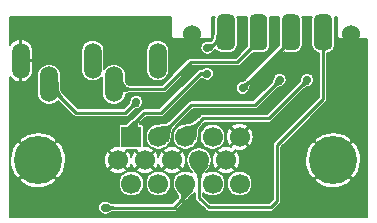
<source format=gbr>
G04 #@! TF.GenerationSoftware,KiCad,Pcbnew,(5.1.10-1-10_14)*
G04 #@! TF.CreationDate,2021-11-15T14:12:15-05:00*
G04 #@! TF.ProjectId,8DIN2VGA_New,3844494e-3256-4474-915f-4e65772e6b69,1*
G04 #@! TF.SameCoordinates,Original*
G04 #@! TF.FileFunction,Copper,L2,Bot*
G04 #@! TF.FilePolarity,Positive*
%FSLAX46Y46*%
G04 Gerber Fmt 4.6, Leading zero omitted, Abs format (unit mm)*
G04 Created by KiCad (PCBNEW (5.1.10-1-10_14)) date 2021-11-15 14:12:15*
%MOMM*%
%LPD*%
G01*
G04 APERTURE LIST*
G04 #@! TA.AperFunction,ComponentPad*
%ADD10C,1.524000*%
G04 #@! TD*
G04 #@! TA.AperFunction,ComponentPad*
%ADD11O,1.508000X3.016000*%
G04 #@! TD*
G04 #@! TA.AperFunction,ComponentPad*
%ADD12C,1.700000*%
G04 #@! TD*
G04 #@! TA.AperFunction,ComponentPad*
%ADD13C,4.066000*%
G04 #@! TD*
G04 #@! TA.AperFunction,ComponentPad*
%ADD14R,1.700000X1.700000*%
G04 #@! TD*
G04 #@! TA.AperFunction,ViaPad*
%ADD15C,0.700000*%
G04 #@! TD*
G04 #@! TA.AperFunction,Conductor*
%ADD16C,0.250000*%
G04 #@! TD*
G04 #@! TA.AperFunction,Conductor*
%ADD17C,0.160000*%
G04 #@! TD*
G04 #@! TA.AperFunction,Conductor*
%ADD18C,0.152400*%
G04 #@! TD*
G04 #@! TA.AperFunction,Conductor*
%ADD19C,0.025400*%
G04 #@! TD*
G04 APERTURE END LIST*
D10*
X140322928Y-92920000D03*
X153812928Y-92920000D03*
G04 #@! TA.AperFunction,SMDPad,CuDef*
G36*
G01*
X150692928Y-93865000D02*
X150692928Y-91615000D01*
G75*
G02*
X151067928Y-91240000I375000J0D01*
G01*
X151817928Y-91240000D01*
G75*
G02*
X152192928Y-91615000I0J-375000D01*
G01*
X152192928Y-93865000D01*
G75*
G02*
X151817928Y-94240000I-375000J0D01*
G01*
X151067928Y-94240000D01*
G75*
G02*
X150692928Y-93865000I0J375000D01*
G01*
G37*
G04 #@! TD.AperFunction*
G04 #@! TA.AperFunction,SMDPad,CuDef*
G36*
G01*
X142452928Y-93865000D02*
X142452928Y-91615000D01*
G75*
G02*
X142827928Y-91240000I375000J0D01*
G01*
X143577928Y-91240000D01*
G75*
G02*
X143952928Y-91615000I0J-375000D01*
G01*
X143952928Y-93865000D01*
G75*
G02*
X143577928Y-94240000I-375000J0D01*
G01*
X142827928Y-94240000D01*
G75*
G02*
X142452928Y-93865000I0J375000D01*
G01*
G37*
G04 #@! TD.AperFunction*
G04 #@! TA.AperFunction,SMDPad,CuDef*
G36*
G01*
X147952928Y-93865000D02*
X147952928Y-91615000D01*
G75*
G02*
X148327928Y-91240000I375000J0D01*
G01*
X149077928Y-91240000D01*
G75*
G02*
X149452928Y-91615000I0J-375000D01*
G01*
X149452928Y-93865000D01*
G75*
G02*
X149077928Y-94240000I-375000J0D01*
G01*
X148327928Y-94240000D01*
G75*
G02*
X147952928Y-93865000I0J375000D01*
G01*
G37*
G04 #@! TD.AperFunction*
G04 #@! TA.AperFunction,SMDPad,CuDef*
G36*
G01*
X145212928Y-93865000D02*
X145212928Y-91615000D01*
G75*
G02*
X145587928Y-91240000I375000J0D01*
G01*
X146337928Y-91240000D01*
G75*
G02*
X146712928Y-91615000I0J-375000D01*
G01*
X146712928Y-93865000D01*
G75*
G02*
X146337928Y-94240000I-375000J0D01*
G01*
X145587928Y-94240000D01*
G75*
G02*
X145212928Y-93865000I0J375000D01*
G01*
G37*
G04 #@! TD.AperFunction*
D11*
X125830000Y-95160000D03*
X128230000Y-97160000D03*
X131930000Y-95160000D03*
X133730000Y-97160000D03*
X137430000Y-95160000D03*
D12*
X144365000Y-105560000D03*
X142075000Y-105560000D03*
X139785000Y-105560000D03*
X137495000Y-105560000D03*
X135205000Y-105560000D03*
X143220000Y-103580000D03*
X140930000Y-103580000D03*
X138640000Y-103580000D03*
X136350000Y-103580000D03*
X134060000Y-103580000D03*
X144365000Y-101600000D03*
X142075000Y-101600000D03*
X139785000Y-101600000D03*
X137495000Y-101600000D03*
D13*
X152280000Y-103580000D03*
X127290000Y-103580000D03*
D14*
X135205000Y-101600000D03*
D15*
X144620000Y-97470000D03*
X135620000Y-98639998D03*
X137970000Y-91910000D03*
X153810002Y-97790000D03*
X141610000Y-96260000D03*
X147760000Y-96780000D03*
X150080002Y-96780000D03*
X132975000Y-107595000D03*
X141630000Y-94060000D03*
D16*
X144180000Y-95260000D02*
X140220000Y-95260000D01*
X140220000Y-95260000D02*
X137930000Y-97550000D01*
X145962928Y-93477072D02*
X144180000Y-95260000D01*
X137930000Y-97550000D02*
X134130000Y-97550000D01*
X134130000Y-97550000D02*
X133720000Y-97140000D01*
X145962928Y-92740000D02*
X145962928Y-93477072D01*
X148702928Y-93387072D02*
X144620000Y-97470000D01*
X148702928Y-92740000D02*
X148702928Y-93387072D01*
X134699998Y-99560000D02*
X135620000Y-98639998D01*
X130540000Y-99560000D02*
X134699998Y-99560000D01*
X128180000Y-97200000D02*
X130540000Y-99560000D01*
X137970000Y-91910000D02*
X137970000Y-92950000D01*
X137970000Y-92950000D02*
X138670000Y-93650000D01*
X138670000Y-93650000D02*
X139540000Y-93650000D01*
X139924990Y-93265010D02*
X139930000Y-93265010D01*
X139580000Y-93650000D02*
X139854990Y-93375010D01*
X139540000Y-93650000D02*
X139580000Y-93650000D01*
X139854990Y-93375010D02*
X140610000Y-93375010D01*
X137710000Y-99570000D02*
X141020000Y-96260000D01*
X141020000Y-96260000D02*
X141610000Y-96260000D01*
X135210000Y-100650000D02*
X136290000Y-99570000D01*
X136290000Y-99570000D02*
X137710000Y-99570000D01*
X135210000Y-101600000D02*
X135210000Y-100650000D01*
X145650000Y-98890000D02*
X147760000Y-96780000D01*
X140280000Y-98890000D02*
X145650000Y-98890000D01*
X137540000Y-101630000D02*
X140280000Y-98890000D01*
X150080002Y-96804999D02*
X150080002Y-96780000D01*
X146835001Y-100050000D02*
X150080002Y-96804999D01*
X141250000Y-100050000D02*
X146835001Y-100050000D01*
X139790000Y-101510000D02*
X141250000Y-100050000D01*
X140930000Y-106760000D02*
X140930000Y-103580000D01*
X147520000Y-107060000D02*
X147000000Y-107580000D01*
X141750000Y-107580000D02*
X140930000Y-106760000D01*
X147520000Y-102330000D02*
X147520000Y-107060000D01*
X151442928Y-92740000D02*
X151442928Y-98407072D01*
X147000000Y-107580000D02*
X141750000Y-107580000D01*
X151442928Y-98407072D02*
X147520000Y-102330000D01*
X143202928Y-92740000D02*
X143202928Y-93647072D01*
X133469974Y-107595000D02*
X132975000Y-107595000D01*
X138815000Y-107595000D02*
X133469974Y-107595000D01*
X139780000Y-106630000D02*
X138815000Y-107595000D01*
X139780000Y-105560000D02*
X139780000Y-106630000D01*
X143202928Y-92740000D02*
X141882928Y-94060000D01*
X141882928Y-94060000D02*
X141630000Y-94060000D01*
D17*
X138560000Y-93025754D02*
X138558597Y-93040000D01*
X138564196Y-93096850D01*
X138580779Y-93151515D01*
X138607707Y-93201895D01*
X138620703Y-93217730D01*
X138643947Y-93246053D01*
X138688105Y-93282293D01*
X138738485Y-93309221D01*
X138793150Y-93325804D01*
X138850000Y-93331403D01*
X138864245Y-93330000D01*
X141745755Y-93330000D01*
X141760000Y-93331403D01*
X141774245Y-93330000D01*
X141816850Y-93325804D01*
X141871515Y-93309221D01*
X141921895Y-93282293D01*
X141966053Y-93246053D01*
X142002293Y-93201895D01*
X142029221Y-93151515D01*
X142045804Y-93096850D01*
X142051403Y-93040000D01*
X142050000Y-93025755D01*
X142050000Y-91430000D01*
X142243261Y-91430000D01*
X142223606Y-91494793D01*
X142211767Y-91615000D01*
X142211767Y-92609931D01*
X142186551Y-92733552D01*
X142183897Y-92749182D01*
X142167057Y-92873028D01*
X142166222Y-92879915D01*
X142154238Y-92992284D01*
X142141730Y-93089887D01*
X142124494Y-93173312D01*
X142098392Y-93250397D01*
X142056976Y-93331390D01*
X141990929Y-93424898D01*
X141929956Y-93492275D01*
X141918106Y-93500891D01*
X141909186Y-93505638D01*
X141906386Y-93506591D01*
X141903324Y-93507097D01*
X141893370Y-93507287D01*
X141872569Y-93505399D01*
X141839887Y-93500112D01*
X141802213Y-93492721D01*
X141802097Y-93492673D01*
X141688110Y-93470000D01*
X141571890Y-93470000D01*
X141457903Y-93492673D01*
X141350530Y-93537149D01*
X141253897Y-93601717D01*
X141171717Y-93683897D01*
X141107149Y-93780530D01*
X141062673Y-93887903D01*
X141040000Y-94001890D01*
X141040000Y-94118110D01*
X141062673Y-94232097D01*
X141107149Y-94339470D01*
X141171717Y-94436103D01*
X141253897Y-94518283D01*
X141350530Y-94582851D01*
X141457903Y-94627327D01*
X141571890Y-94650000D01*
X141688110Y-94650000D01*
X141802097Y-94627327D01*
X141909470Y-94582851D01*
X142006103Y-94518283D01*
X142088283Y-94436103D01*
X142091203Y-94431733D01*
X142103749Y-94418760D01*
X142109623Y-94412464D01*
X142154240Y-94362887D01*
X142159722Y-94356578D01*
X142197768Y-94311221D01*
X142201929Y-94306120D01*
X142235958Y-94263215D01*
X142237966Y-94260647D01*
X142270276Y-94218752D01*
X142300753Y-94179528D01*
X142315609Y-94207321D01*
X142392236Y-94300692D01*
X142485607Y-94377319D01*
X142592133Y-94434259D01*
X142707721Y-94469322D01*
X142827928Y-94481161D01*
X143577928Y-94481161D01*
X143698135Y-94469322D01*
X143813723Y-94434259D01*
X143920249Y-94377319D01*
X144013620Y-94300692D01*
X144090247Y-94207321D01*
X144147187Y-94100795D01*
X144182250Y-93985207D01*
X144194089Y-93865000D01*
X144194089Y-91615000D01*
X144182250Y-91494793D01*
X144162595Y-91430000D01*
X145003261Y-91430000D01*
X144983606Y-91494793D01*
X144971767Y-91615000D01*
X144971767Y-93865000D01*
X144979571Y-93944241D01*
X144028813Y-94895000D01*
X140237928Y-94895000D01*
X140219999Y-94893234D01*
X140202070Y-94895000D01*
X140202069Y-94895000D01*
X140148448Y-94900281D01*
X140079645Y-94921152D01*
X140016236Y-94955045D01*
X139960657Y-95000657D01*
X139949226Y-95014586D01*
X137778813Y-97185000D01*
X135141504Y-97185000D01*
X135027885Y-97177887D01*
X134954928Y-97161658D01*
X134906756Y-97140540D01*
X134869990Y-97114073D01*
X134833863Y-97075776D01*
X134793965Y-97019247D01*
X134749086Y-96942647D01*
X134724000Y-96896408D01*
X134724000Y-96357174D01*
X134709617Y-96211142D01*
X134652779Y-96023772D01*
X134560479Y-95851091D01*
X134436265Y-95699735D01*
X134284909Y-95575521D01*
X134112227Y-95483221D01*
X133924857Y-95426383D01*
X133730000Y-95407191D01*
X133535142Y-95426383D01*
X133347772Y-95483221D01*
X133175091Y-95575521D01*
X133023735Y-95699735D01*
X132924000Y-95821263D01*
X132924000Y-94357175D01*
X136436000Y-94357175D01*
X136436001Y-95962826D01*
X136450384Y-96108858D01*
X136507222Y-96296228D01*
X136599522Y-96468909D01*
X136723736Y-96620265D01*
X136875092Y-96744479D01*
X137047773Y-96836779D01*
X137235143Y-96893617D01*
X137430000Y-96912809D01*
X137624858Y-96893617D01*
X137812228Y-96836779D01*
X137984909Y-96744479D01*
X138136265Y-96620265D01*
X138260479Y-96468909D01*
X138352779Y-96296228D01*
X138409617Y-96108858D01*
X138424000Y-95962826D01*
X138424000Y-94357174D01*
X138409617Y-94211142D01*
X138352779Y-94023772D01*
X138260479Y-93851091D01*
X138136265Y-93699735D01*
X137984909Y-93575521D01*
X137812227Y-93483221D01*
X137624857Y-93426383D01*
X137430000Y-93407191D01*
X137235142Y-93426383D01*
X137047772Y-93483221D01*
X136875091Y-93575521D01*
X136723735Y-93699735D01*
X136599521Y-93851091D01*
X136507221Y-94023773D01*
X136450383Y-94211143D01*
X136436000Y-94357175D01*
X132924000Y-94357175D01*
X132924000Y-94357174D01*
X132909617Y-94211142D01*
X132852779Y-94023772D01*
X132760479Y-93851091D01*
X132636265Y-93699735D01*
X132484909Y-93575521D01*
X132312227Y-93483221D01*
X132124857Y-93426383D01*
X131930000Y-93407191D01*
X131735142Y-93426383D01*
X131547772Y-93483221D01*
X131375091Y-93575521D01*
X131223735Y-93699735D01*
X131099521Y-93851091D01*
X131007221Y-94023773D01*
X130950383Y-94211143D01*
X130936000Y-94357175D01*
X130936001Y-95962826D01*
X130950384Y-96108858D01*
X131007222Y-96296228D01*
X131099522Y-96468909D01*
X131223736Y-96620265D01*
X131375092Y-96744479D01*
X131547773Y-96836779D01*
X131735143Y-96893617D01*
X131930000Y-96912809D01*
X132124858Y-96893617D01*
X132312228Y-96836779D01*
X132484909Y-96744479D01*
X132636265Y-96620265D01*
X132736000Y-96498737D01*
X132736001Y-97962826D01*
X132750384Y-98108858D01*
X132807222Y-98296228D01*
X132899522Y-98468909D01*
X133023736Y-98620265D01*
X133175092Y-98744479D01*
X133347773Y-98836779D01*
X133535143Y-98893617D01*
X133730000Y-98912809D01*
X133924858Y-98893617D01*
X134112228Y-98836779D01*
X134284909Y-98744479D01*
X134436265Y-98620265D01*
X134560479Y-98468909D01*
X134652779Y-98296228D01*
X134709617Y-98108858D01*
X134724000Y-97962826D01*
X134724000Y-97953957D01*
X134810585Y-97937349D01*
X134955927Y-97921238D01*
X135138095Y-97915000D01*
X137912071Y-97915000D01*
X137930000Y-97916766D01*
X137947929Y-97915000D01*
X137947931Y-97915000D01*
X138001552Y-97909719D01*
X138070355Y-97888848D01*
X138133764Y-97854955D01*
X138189343Y-97809343D01*
X138200779Y-97795408D01*
X140371188Y-95625000D01*
X144162071Y-95625000D01*
X144180000Y-95626766D01*
X144197929Y-95625000D01*
X144197931Y-95625000D01*
X144251552Y-95619719D01*
X144320355Y-95598848D01*
X144383764Y-95564955D01*
X144439343Y-95519343D01*
X144450779Y-95505408D01*
X145485149Y-94471038D01*
X145587928Y-94481161D01*
X146337928Y-94481161D01*
X146458135Y-94469322D01*
X146573723Y-94434259D01*
X146680249Y-94377319D01*
X146773620Y-94300692D01*
X146850247Y-94207321D01*
X146907187Y-94100795D01*
X146942250Y-93985207D01*
X146954089Y-93865000D01*
X146954089Y-91615000D01*
X146942250Y-91494793D01*
X146922595Y-91430000D01*
X147743261Y-91430000D01*
X147723606Y-91494793D01*
X147711767Y-91615000D01*
X147711767Y-93862046D01*
X144852509Y-96721304D01*
X144804763Y-96766114D01*
X144768869Y-96794955D01*
X144740614Y-96813608D01*
X144716475Y-96826186D01*
X144691259Y-96836304D01*
X144659583Y-96846247D01*
X144617763Y-96857365D01*
X144567041Y-96870356D01*
X144562346Y-96871609D01*
X144505103Y-96887512D01*
X144495926Y-96890260D01*
X144472556Y-96897769D01*
X144447903Y-96902673D01*
X144340530Y-96947149D01*
X144243897Y-97011717D01*
X144161717Y-97093897D01*
X144097149Y-97190530D01*
X144052673Y-97297903D01*
X144030000Y-97411890D01*
X144030000Y-97528110D01*
X144052673Y-97642097D01*
X144097149Y-97749470D01*
X144161717Y-97846103D01*
X144243897Y-97928283D01*
X144340530Y-97992851D01*
X144447903Y-98037327D01*
X144561890Y-98060000D01*
X144678110Y-98060000D01*
X144792097Y-98037327D01*
X144899470Y-97992851D01*
X144996103Y-97928283D01*
X145078283Y-97846103D01*
X145142851Y-97749470D01*
X145187327Y-97642097D01*
X145192233Y-97617433D01*
X145199740Y-97594068D01*
X145202487Y-97584896D01*
X145218390Y-97527653D01*
X145219643Y-97522958D01*
X145232634Y-97472236D01*
X145243752Y-97430416D01*
X145253695Y-97398740D01*
X145263813Y-97373524D01*
X145276391Y-97349385D01*
X145295044Y-97321130D01*
X145323884Y-97285236D01*
X145368691Y-97237496D01*
X148153356Y-94452831D01*
X148207721Y-94469322D01*
X148327928Y-94481161D01*
X149077928Y-94481161D01*
X149198135Y-94469322D01*
X149313723Y-94434259D01*
X149420249Y-94377319D01*
X149513620Y-94300692D01*
X149590247Y-94207321D01*
X149647187Y-94100795D01*
X149682250Y-93985207D01*
X149694089Y-93865000D01*
X149694089Y-91615000D01*
X149682250Y-91494793D01*
X149662595Y-91430000D01*
X150483261Y-91430000D01*
X150463606Y-91494793D01*
X150451767Y-91615000D01*
X150451767Y-93865000D01*
X150463606Y-93985207D01*
X150498669Y-94100795D01*
X150555609Y-94207321D01*
X150632236Y-94300692D01*
X150725607Y-94377319D01*
X150832133Y-94434259D01*
X150947721Y-94469322D01*
X151067928Y-94481161D01*
X151077928Y-94481161D01*
X151077929Y-98255883D01*
X147274588Y-102059225D01*
X147260657Y-102070658D01*
X147215045Y-102126237D01*
X147181152Y-102189646D01*
X147160281Y-102258449D01*
X147156698Y-102294834D01*
X147153234Y-102330000D01*
X147155000Y-102347929D01*
X147155001Y-106908811D01*
X146848813Y-107215000D01*
X141901188Y-107215000D01*
X141295000Y-106608813D01*
X141295000Y-106321492D01*
X141380166Y-106406658D01*
X141558691Y-106525945D01*
X141757059Y-106608112D01*
X141967644Y-106650000D01*
X142182356Y-106650000D01*
X142392941Y-106608112D01*
X142591309Y-106525945D01*
X142769834Y-106406658D01*
X142921658Y-106254834D01*
X143040945Y-106076309D01*
X143123112Y-105877941D01*
X143165000Y-105667356D01*
X143165000Y-105452644D01*
X143275000Y-105452644D01*
X143275000Y-105667356D01*
X143316888Y-105877941D01*
X143399055Y-106076309D01*
X143518342Y-106254834D01*
X143670166Y-106406658D01*
X143848691Y-106525945D01*
X144047059Y-106608112D01*
X144257644Y-106650000D01*
X144472356Y-106650000D01*
X144682941Y-106608112D01*
X144881309Y-106525945D01*
X145059834Y-106406658D01*
X145211658Y-106254834D01*
X145330945Y-106076309D01*
X145413112Y-105877941D01*
X145455000Y-105667356D01*
X145455000Y-105452644D01*
X145413112Y-105242059D01*
X145330945Y-105043691D01*
X145211658Y-104865166D01*
X145059834Y-104713342D01*
X144881309Y-104594055D01*
X144682941Y-104511888D01*
X144472356Y-104470000D01*
X144257644Y-104470000D01*
X144047059Y-104511888D01*
X143848691Y-104594055D01*
X143670166Y-104713342D01*
X143518342Y-104865166D01*
X143399055Y-105043691D01*
X143316888Y-105242059D01*
X143275000Y-105452644D01*
X143165000Y-105452644D01*
X143123112Y-105242059D01*
X143040945Y-105043691D01*
X142921658Y-104865166D01*
X142769834Y-104713342D01*
X142591309Y-104594055D01*
X142392941Y-104511888D01*
X142182356Y-104470000D01*
X141967644Y-104470000D01*
X141757059Y-104511888D01*
X141558691Y-104594055D01*
X141527775Y-104614713D01*
X141533819Y-104607158D01*
X141616865Y-104507293D01*
X141621752Y-104501218D01*
X141707306Y-104391258D01*
X142472382Y-104391258D01*
X142559965Y-104565019D01*
X142764814Y-104674859D01*
X142987157Y-104742624D01*
X143218447Y-104765709D01*
X143449797Y-104743229D01*
X143672316Y-104676047D01*
X143877453Y-104566744D01*
X143880035Y-104565019D01*
X143967618Y-104391258D01*
X143220000Y-103643640D01*
X142472382Y-104391258D01*
X141707306Y-104391258D01*
X141709514Y-104388421D01*
X141719411Y-104374734D01*
X141807834Y-104242907D01*
X141819262Y-104224051D01*
X141857593Y-104153706D01*
X141895945Y-104096309D01*
X141978112Y-103897941D01*
X142020000Y-103687356D01*
X142020000Y-103578447D01*
X142034291Y-103578447D01*
X142056771Y-103809797D01*
X142123953Y-104032316D01*
X142233256Y-104237453D01*
X142234981Y-104240035D01*
X142408742Y-104327618D01*
X143156360Y-103580000D01*
X143283640Y-103580000D01*
X144031258Y-104327618D01*
X144205019Y-104240035D01*
X144314859Y-104035186D01*
X144382624Y-103812843D01*
X144405709Y-103581553D01*
X144383229Y-103350203D01*
X144316047Y-103127684D01*
X144206744Y-102922547D01*
X144205019Y-102919965D01*
X144031258Y-102832382D01*
X143283640Y-103580000D01*
X143156360Y-103580000D01*
X142408742Y-102832382D01*
X142234981Y-102919965D01*
X142125141Y-103124814D01*
X142057376Y-103347157D01*
X142034291Y-103578447D01*
X142020000Y-103578447D01*
X142020000Y-103472644D01*
X141978112Y-103262059D01*
X141895945Y-103063691D01*
X141776658Y-102885166D01*
X141660234Y-102768742D01*
X142472382Y-102768742D01*
X143220000Y-103516360D01*
X143967618Y-102768742D01*
X143934110Y-102702264D01*
X144132157Y-102762624D01*
X144363447Y-102785709D01*
X144594797Y-102763229D01*
X144817316Y-102696047D01*
X145022453Y-102586744D01*
X145025035Y-102585019D01*
X145112618Y-102411258D01*
X144365000Y-101663640D01*
X143617382Y-102411258D01*
X143650890Y-102477736D01*
X143452843Y-102417376D01*
X143221553Y-102394291D01*
X142990203Y-102416771D01*
X142767684Y-102483953D01*
X142562547Y-102593256D01*
X142559965Y-102594981D01*
X142472382Y-102768742D01*
X141660234Y-102768742D01*
X141624834Y-102733342D01*
X141446309Y-102614055D01*
X141247941Y-102531888D01*
X141037356Y-102490000D01*
X140822644Y-102490000D01*
X140612059Y-102531888D01*
X140413691Y-102614055D01*
X140235166Y-102733342D01*
X140083342Y-102885166D01*
X139964055Y-103063691D01*
X139881888Y-103262059D01*
X139840000Y-103472644D01*
X139840000Y-103687356D01*
X139881888Y-103897941D01*
X139964055Y-104096309D01*
X140002407Y-104153706D01*
X140040737Y-104224050D01*
X140052165Y-104242907D01*
X140140588Y-104374734D01*
X140150485Y-104388421D01*
X140238247Y-104501218D01*
X140243134Y-104507293D01*
X140326180Y-104607158D01*
X140332223Y-104614711D01*
X140301309Y-104594055D01*
X140102941Y-104511888D01*
X139892356Y-104470000D01*
X139677644Y-104470000D01*
X139467059Y-104511888D01*
X139268691Y-104594055D01*
X139090166Y-104713342D01*
X138938342Y-104865166D01*
X138819055Y-105043691D01*
X138736888Y-105242059D01*
X138695000Y-105452644D01*
X138695000Y-105667356D01*
X138736888Y-105877941D01*
X138819055Y-106076309D01*
X138855352Y-106130632D01*
X138873283Y-106163993D01*
X138881922Y-106178776D01*
X138954836Y-106293914D01*
X138958888Y-106300100D01*
X139030912Y-106406438D01*
X139092503Y-106500336D01*
X139135505Y-106577161D01*
X139157266Y-106633437D01*
X139162394Y-106669136D01*
X139157863Y-106698548D01*
X139135392Y-106744787D01*
X139068585Y-106825228D01*
X138663813Y-107230000D01*
X133678677Y-107230000D01*
X133611461Y-107227944D01*
X133563904Y-107222937D01*
X133529117Y-107216045D01*
X133501829Y-107207713D01*
X133475880Y-107196931D01*
X133445744Y-107181578D01*
X133407925Y-107160088D01*
X133362131Y-107133385D01*
X133358459Y-107131287D01*
X133305797Y-107101810D01*
X133297941Y-107097602D01*
X133274942Y-107085828D01*
X133254470Y-107072149D01*
X133147097Y-107027673D01*
X133033110Y-107005000D01*
X132916890Y-107005000D01*
X132802903Y-107027673D01*
X132695530Y-107072149D01*
X132598897Y-107136717D01*
X132516717Y-107218897D01*
X132452149Y-107315530D01*
X132407673Y-107422903D01*
X132385000Y-107536890D01*
X132385000Y-107653110D01*
X132407673Y-107767097D01*
X132452149Y-107874470D01*
X132516717Y-107971103D01*
X132598897Y-108053283D01*
X132695530Y-108117851D01*
X132802903Y-108162327D01*
X132916890Y-108185000D01*
X133033110Y-108185000D01*
X133147097Y-108162327D01*
X133254470Y-108117851D01*
X133274949Y-108104168D01*
X133297944Y-108092395D01*
X133305797Y-108088189D01*
X133358459Y-108058712D01*
X133362131Y-108056614D01*
X133407925Y-108029911D01*
X133445744Y-108008421D01*
X133475880Y-107993068D01*
X133501829Y-107982286D01*
X133529117Y-107973954D01*
X133563904Y-107967062D01*
X133611461Y-107962055D01*
X133678673Y-107960000D01*
X138797071Y-107960000D01*
X138815000Y-107961766D01*
X138832929Y-107960000D01*
X138832931Y-107960000D01*
X138886552Y-107954719D01*
X138955355Y-107933848D01*
X139018764Y-107899955D01*
X139074343Y-107854343D01*
X139085779Y-107840408D01*
X140025413Y-106900775D01*
X140039343Y-106889343D01*
X140084955Y-106833764D01*
X140099195Y-106807123D01*
X140101929Y-106804180D01*
X140102064Y-106804035D01*
X140176733Y-106723519D01*
X140254127Y-106640798D01*
X140339494Y-106551062D01*
X140438219Y-106449371D01*
X140556102Y-106330390D01*
X140565000Y-106321492D01*
X140565000Y-106742071D01*
X140563234Y-106760000D01*
X140565000Y-106777929D01*
X140565000Y-106777930D01*
X140570281Y-106831551D01*
X140591152Y-106900354D01*
X140625045Y-106963763D01*
X140670657Y-107019342D01*
X140684588Y-107030775D01*
X141479225Y-107825413D01*
X141490657Y-107839343D01*
X141546236Y-107884955D01*
X141609645Y-107918848D01*
X141678448Y-107939719D01*
X141732069Y-107945000D01*
X141732070Y-107945000D01*
X141749999Y-107946766D01*
X141767928Y-107945000D01*
X146982071Y-107945000D01*
X147000000Y-107946766D01*
X147017929Y-107945000D01*
X147017931Y-107945000D01*
X147071552Y-107939719D01*
X147140355Y-107918848D01*
X147203764Y-107884955D01*
X147259343Y-107839343D01*
X147270779Y-107825408D01*
X147765413Y-107330775D01*
X147779343Y-107319343D01*
X147824955Y-107263764D01*
X147858848Y-107200355D01*
X147879719Y-107131552D01*
X147885000Y-107077931D01*
X147885000Y-107077930D01*
X147886766Y-107060001D01*
X147885000Y-107042072D01*
X147885000Y-105232149D01*
X150691490Y-105232149D01*
X150920999Y-105527063D01*
X151326966Y-105754779D01*
X151769556Y-105898919D01*
X152231763Y-105953944D01*
X152695823Y-105917740D01*
X153143903Y-105791698D01*
X153558785Y-105580662D01*
X153639001Y-105527063D01*
X153868510Y-105232149D01*
X152280000Y-103643640D01*
X150691490Y-105232149D01*
X147885000Y-105232149D01*
X147885000Y-103531763D01*
X149906056Y-103531763D01*
X149942260Y-103995823D01*
X150068302Y-104443903D01*
X150279338Y-104858785D01*
X150332937Y-104939001D01*
X150627851Y-105168510D01*
X152216360Y-103580000D01*
X152343640Y-103580000D01*
X153932149Y-105168510D01*
X154227063Y-104939001D01*
X154454779Y-104533034D01*
X154598919Y-104090444D01*
X154653944Y-103628237D01*
X154617740Y-103164177D01*
X154491698Y-102716097D01*
X154280662Y-102301215D01*
X154227063Y-102220999D01*
X153932149Y-101991490D01*
X152343640Y-103580000D01*
X152216360Y-103580000D01*
X150627851Y-101991490D01*
X150332937Y-102220999D01*
X150105221Y-102626966D01*
X149961081Y-103069556D01*
X149906056Y-103531763D01*
X147885000Y-103531763D01*
X147885000Y-102481187D01*
X148438336Y-101927851D01*
X150691490Y-101927851D01*
X152280000Y-103516360D01*
X153868510Y-101927851D01*
X153639001Y-101632937D01*
X153233034Y-101405221D01*
X152790444Y-101261081D01*
X152328237Y-101206056D01*
X151864177Y-101242260D01*
X151416097Y-101368302D01*
X151001215Y-101579338D01*
X150920999Y-101632937D01*
X150691490Y-101927851D01*
X148438336Y-101927851D01*
X151688341Y-98677847D01*
X151702271Y-98666415D01*
X151747883Y-98610836D01*
X151781776Y-98547427D01*
X151802647Y-98478624D01*
X151807928Y-98425003D01*
X151807928Y-98425001D01*
X151809694Y-98407072D01*
X151807928Y-98389143D01*
X151807928Y-94481161D01*
X151817928Y-94481161D01*
X151938135Y-94469322D01*
X152053723Y-94434259D01*
X152160249Y-94377319D01*
X152253620Y-94300692D01*
X152330247Y-94207321D01*
X152387187Y-94100795D01*
X152422250Y-93985207D01*
X152434089Y-93865000D01*
X152434089Y-91615000D01*
X152422250Y-91494793D01*
X152402595Y-91430000D01*
X152610001Y-91430000D01*
X152610000Y-93045754D01*
X152608597Y-93060000D01*
X152614196Y-93116850D01*
X152630779Y-93171515D01*
X152657707Y-93221895D01*
X152689250Y-93260330D01*
X152693947Y-93266053D01*
X152738105Y-93302293D01*
X152788485Y-93329221D01*
X152843150Y-93345804D01*
X152900000Y-93351403D01*
X152914245Y-93350000D01*
X155150001Y-93350000D01*
X155150000Y-108370000D01*
X124920000Y-108370000D01*
X124920000Y-105232149D01*
X125701490Y-105232149D01*
X125930999Y-105527063D01*
X126336966Y-105754779D01*
X126779556Y-105898919D01*
X127241763Y-105953944D01*
X127705823Y-105917740D01*
X128153903Y-105791698D01*
X128568785Y-105580662D01*
X128649001Y-105527063D01*
X128706915Y-105452644D01*
X134115000Y-105452644D01*
X134115000Y-105667356D01*
X134156888Y-105877941D01*
X134239055Y-106076309D01*
X134358342Y-106254834D01*
X134510166Y-106406658D01*
X134688691Y-106525945D01*
X134887059Y-106608112D01*
X135097644Y-106650000D01*
X135312356Y-106650000D01*
X135522941Y-106608112D01*
X135721309Y-106525945D01*
X135899834Y-106406658D01*
X136051658Y-106254834D01*
X136170945Y-106076309D01*
X136253112Y-105877941D01*
X136295000Y-105667356D01*
X136295000Y-105452644D01*
X136405000Y-105452644D01*
X136405000Y-105667356D01*
X136446888Y-105877941D01*
X136529055Y-106076309D01*
X136648342Y-106254834D01*
X136800166Y-106406658D01*
X136978691Y-106525945D01*
X137177059Y-106608112D01*
X137387644Y-106650000D01*
X137602356Y-106650000D01*
X137812941Y-106608112D01*
X138011309Y-106525945D01*
X138189834Y-106406658D01*
X138341658Y-106254834D01*
X138460945Y-106076309D01*
X138543112Y-105877941D01*
X138585000Y-105667356D01*
X138585000Y-105452644D01*
X138543112Y-105242059D01*
X138460945Y-105043691D01*
X138341658Y-104865166D01*
X138189834Y-104713342D01*
X138011309Y-104594055D01*
X137812941Y-104511888D01*
X137602356Y-104470000D01*
X137387644Y-104470000D01*
X137177059Y-104511888D01*
X136978691Y-104594055D01*
X136800166Y-104713342D01*
X136648342Y-104865166D01*
X136529055Y-105043691D01*
X136446888Y-105242059D01*
X136405000Y-105452644D01*
X136295000Y-105452644D01*
X136253112Y-105242059D01*
X136170945Y-105043691D01*
X136051658Y-104865166D01*
X135899834Y-104713342D01*
X135721309Y-104594055D01*
X135522941Y-104511888D01*
X135312356Y-104470000D01*
X135097644Y-104470000D01*
X134887059Y-104511888D01*
X134688691Y-104594055D01*
X134510166Y-104713342D01*
X134358342Y-104865166D01*
X134239055Y-105043691D01*
X134156888Y-105242059D01*
X134115000Y-105452644D01*
X128706915Y-105452644D01*
X128878510Y-105232149D01*
X127290000Y-103643640D01*
X125701490Y-105232149D01*
X124920000Y-105232149D01*
X124920000Y-103582317D01*
X124952260Y-103995823D01*
X125078302Y-104443903D01*
X125289338Y-104858785D01*
X125342937Y-104939001D01*
X125637851Y-105168510D01*
X127226360Y-103580000D01*
X127353640Y-103580000D01*
X128942149Y-105168510D01*
X129237063Y-104939001D01*
X129464779Y-104533034D01*
X129510951Y-104391258D01*
X133312382Y-104391258D01*
X133399965Y-104565019D01*
X133604814Y-104674859D01*
X133827157Y-104742624D01*
X134058447Y-104765709D01*
X134289797Y-104743229D01*
X134512316Y-104676047D01*
X134717453Y-104566744D01*
X134720035Y-104565019D01*
X134807618Y-104391258D01*
X135602382Y-104391258D01*
X135689965Y-104565019D01*
X135894814Y-104674859D01*
X136117157Y-104742624D01*
X136348447Y-104765709D01*
X136579797Y-104743229D01*
X136802316Y-104676047D01*
X137007453Y-104566744D01*
X137010035Y-104565019D01*
X137097618Y-104391258D01*
X137892382Y-104391258D01*
X137979965Y-104565019D01*
X138184814Y-104674859D01*
X138407157Y-104742624D01*
X138638447Y-104765709D01*
X138869797Y-104743229D01*
X139092316Y-104676047D01*
X139297453Y-104566744D01*
X139300035Y-104565019D01*
X139387618Y-104391258D01*
X138640000Y-103643640D01*
X137892382Y-104391258D01*
X137097618Y-104391258D01*
X136350000Y-103643640D01*
X135602382Y-104391258D01*
X134807618Y-104391258D01*
X134060000Y-103643640D01*
X133312382Y-104391258D01*
X129510951Y-104391258D01*
X129608919Y-104090444D01*
X129663944Y-103628237D01*
X129660060Y-103578447D01*
X132874291Y-103578447D01*
X132896771Y-103809797D01*
X132963953Y-104032316D01*
X133073256Y-104237453D01*
X133074981Y-104240035D01*
X133248742Y-104327618D01*
X133996360Y-103580000D01*
X134123640Y-103580000D01*
X134871258Y-104327618D01*
X135045019Y-104240035D01*
X135154859Y-104035186D01*
X135205075Y-103870423D01*
X135253953Y-104032316D01*
X135363256Y-104237453D01*
X135364981Y-104240035D01*
X135538742Y-104327618D01*
X136286360Y-103580000D01*
X136413640Y-103580000D01*
X137161258Y-104327618D01*
X137335019Y-104240035D01*
X137444859Y-104035186D01*
X137495075Y-103870423D01*
X137543953Y-104032316D01*
X137653256Y-104237453D01*
X137654981Y-104240035D01*
X137828742Y-104327618D01*
X138576360Y-103580000D01*
X138703640Y-103580000D01*
X139451258Y-104327618D01*
X139625019Y-104240035D01*
X139734859Y-104035186D01*
X139802624Y-103812843D01*
X139825709Y-103581553D01*
X139803229Y-103350203D01*
X139736047Y-103127684D01*
X139626744Y-102922547D01*
X139625019Y-102919965D01*
X139451258Y-102832382D01*
X138703640Y-103580000D01*
X138576360Y-103580000D01*
X137828742Y-102832382D01*
X137654981Y-102919965D01*
X137545141Y-103124814D01*
X137494925Y-103289577D01*
X137446047Y-103127684D01*
X137336744Y-102922547D01*
X137335019Y-102919965D01*
X137161258Y-102832382D01*
X136413640Y-103580000D01*
X136286360Y-103580000D01*
X135538742Y-102832382D01*
X135364981Y-102919965D01*
X135255141Y-103124814D01*
X135204925Y-103289577D01*
X135156047Y-103127684D01*
X135046744Y-102922547D01*
X135045019Y-102919965D01*
X134871258Y-102832382D01*
X134123640Y-103580000D01*
X133996360Y-103580000D01*
X133248742Y-102832382D01*
X133074981Y-102919965D01*
X132965141Y-103124814D01*
X132897376Y-103347157D01*
X132874291Y-103578447D01*
X129660060Y-103578447D01*
X129627740Y-103164177D01*
X129516507Y-102768742D01*
X133312382Y-102768742D01*
X134060000Y-103516360D01*
X134807618Y-102768742D01*
X134768514Y-102691161D01*
X135641486Y-102691161D01*
X135602382Y-102768742D01*
X136350000Y-103516360D01*
X137097618Y-102768742D01*
X137892382Y-102768742D01*
X138640000Y-103516360D01*
X139387618Y-102768742D01*
X139300035Y-102594981D01*
X139095186Y-102485141D01*
X138872843Y-102417376D01*
X138641553Y-102394291D01*
X138410203Y-102416771D01*
X138187684Y-102483953D01*
X137982547Y-102593256D01*
X137979965Y-102594981D01*
X137892382Y-102768742D01*
X137097618Y-102768742D01*
X137010035Y-102594981D01*
X136805186Y-102485141D01*
X136582843Y-102417376D01*
X136351553Y-102394291D01*
X136296161Y-102399673D01*
X136296161Y-101492644D01*
X136405000Y-101492644D01*
X136405000Y-101707356D01*
X136446888Y-101917941D01*
X136529055Y-102116309D01*
X136648342Y-102294834D01*
X136800166Y-102446658D01*
X136978691Y-102565945D01*
X137177059Y-102648112D01*
X137387644Y-102690000D01*
X137602356Y-102690000D01*
X137812941Y-102648112D01*
X138011309Y-102565945D01*
X138189834Y-102446658D01*
X138341658Y-102294834D01*
X138460945Y-102116309D01*
X138543112Y-101917941D01*
X138549060Y-101888037D01*
X138567847Y-101836383D01*
X138574525Y-101814950D01*
X138615367Y-101658435D01*
X138619239Y-101640950D01*
X138645312Y-101498169D01*
X138646210Y-101492644D01*
X138695000Y-101492644D01*
X138695000Y-101707356D01*
X138736888Y-101917941D01*
X138819055Y-102116309D01*
X138938342Y-102294834D01*
X139090166Y-102446658D01*
X139268691Y-102565945D01*
X139467059Y-102648112D01*
X139677644Y-102690000D01*
X139892356Y-102690000D01*
X140102941Y-102648112D01*
X140301309Y-102565945D01*
X140479834Y-102446658D01*
X140631658Y-102294834D01*
X140750945Y-102116309D01*
X140833112Y-101917941D01*
X140859373Y-101785920D01*
X140878645Y-101699232D01*
X140882225Y-101679126D01*
X140903312Y-101522279D01*
X140904825Y-101507637D01*
X140905910Y-101492644D01*
X140985000Y-101492644D01*
X140985000Y-101707356D01*
X141026888Y-101917941D01*
X141109055Y-102116309D01*
X141228342Y-102294834D01*
X141380166Y-102446658D01*
X141558691Y-102565945D01*
X141757059Y-102648112D01*
X141967644Y-102690000D01*
X142182356Y-102690000D01*
X142392941Y-102648112D01*
X142591309Y-102565945D01*
X142769834Y-102446658D01*
X142921658Y-102294834D01*
X143040945Y-102116309D01*
X143123112Y-101917941D01*
X143165000Y-101707356D01*
X143165000Y-101598447D01*
X143179291Y-101598447D01*
X143201771Y-101829797D01*
X143268953Y-102052316D01*
X143378256Y-102257453D01*
X143379981Y-102260035D01*
X143553742Y-102347618D01*
X144301360Y-101600000D01*
X144428640Y-101600000D01*
X145176258Y-102347618D01*
X145350019Y-102260035D01*
X145459859Y-102055186D01*
X145527624Y-101832843D01*
X145550709Y-101601553D01*
X145528229Y-101370203D01*
X145461047Y-101147684D01*
X145351744Y-100942547D01*
X145350019Y-100939965D01*
X145176258Y-100852382D01*
X144428640Y-101600000D01*
X144301360Y-101600000D01*
X143553742Y-100852382D01*
X143379981Y-100939965D01*
X143270141Y-101144814D01*
X143202376Y-101367157D01*
X143179291Y-101598447D01*
X143165000Y-101598447D01*
X143165000Y-101492644D01*
X143123112Y-101282059D01*
X143040945Y-101083691D01*
X142921658Y-100905166D01*
X142769834Y-100753342D01*
X142591309Y-100634055D01*
X142392941Y-100551888D01*
X142182356Y-100510000D01*
X141967644Y-100510000D01*
X141757059Y-100551888D01*
X141558691Y-100634055D01*
X141380166Y-100753342D01*
X141228342Y-100905166D01*
X141109055Y-101083691D01*
X141026888Y-101282059D01*
X140985000Y-101492644D01*
X140905910Y-101492644D01*
X140915144Y-101365159D01*
X140915472Y-101359808D01*
X140921891Y-101231447D01*
X140930709Y-101120253D01*
X140946650Y-101024456D01*
X140974034Y-100935479D01*
X141019825Y-100842058D01*
X141094370Y-100734710D01*
X141212160Y-100604028D01*
X141401188Y-100415000D01*
X144359256Y-100415000D01*
X144135203Y-100436771D01*
X143912684Y-100503953D01*
X143707547Y-100613256D01*
X143704965Y-100614981D01*
X143617382Y-100788742D01*
X144365000Y-101536360D01*
X145112618Y-100788742D01*
X145025035Y-100614981D01*
X144820186Y-100505141D01*
X144597843Y-100437376D01*
X144373657Y-100415000D01*
X146817072Y-100415000D01*
X146835001Y-100416766D01*
X146852930Y-100415000D01*
X146852932Y-100415000D01*
X146906553Y-100409719D01*
X146975356Y-100388848D01*
X147038765Y-100354955D01*
X147094344Y-100309343D01*
X147105780Y-100295408D01*
X149847784Y-97553405D01*
X149899167Y-97504880D01*
X149938934Y-97472222D01*
X149971151Y-97450012D01*
X149999150Y-97434323D01*
X150027806Y-97421470D01*
X150062223Y-97408840D01*
X150106017Y-97394711D01*
X150158261Y-97378269D01*
X150162759Y-97376804D01*
X150221516Y-97357031D01*
X150229969Y-97354010D01*
X150242656Y-97349205D01*
X150252099Y-97347327D01*
X150359472Y-97302851D01*
X150456105Y-97238283D01*
X150538285Y-97156103D01*
X150602853Y-97059470D01*
X150647329Y-96952097D01*
X150670002Y-96838110D01*
X150670002Y-96721890D01*
X150647329Y-96607903D01*
X150602853Y-96500530D01*
X150538285Y-96403897D01*
X150456105Y-96321717D01*
X150359472Y-96257149D01*
X150252099Y-96212673D01*
X150138112Y-96190000D01*
X150021892Y-96190000D01*
X149907905Y-96212673D01*
X149800532Y-96257149D01*
X149703899Y-96321717D01*
X149621719Y-96403897D01*
X149557151Y-96500530D01*
X149512675Y-96607903D01*
X149505065Y-96646164D01*
X149494639Y-96684628D01*
X149492732Y-96692142D01*
X149478868Y-96750724D01*
X149478258Y-96753369D01*
X149466850Y-96804130D01*
X149456949Y-96844667D01*
X149447744Y-96875213D01*
X149438033Y-96899708D01*
X149425512Y-96923711D01*
X149406507Y-96952348D01*
X149376971Y-96988941D01*
X149331409Y-97037404D01*
X146683814Y-99685000D01*
X141267929Y-99685000D01*
X141250000Y-99683234D01*
X141232071Y-99685000D01*
X141232069Y-99685000D01*
X141178448Y-99690281D01*
X141109645Y-99711152D01*
X141046236Y-99745045D01*
X140990657Y-99790657D01*
X140979226Y-99804586D01*
X140695746Y-100088066D01*
X140557491Y-100213314D01*
X140442203Y-100295234D01*
X140340342Y-100348293D01*
X140242818Y-100382938D01*
X140139161Y-100406967D01*
X140021178Y-100426205D01*
X139889271Y-100446249D01*
X139880090Y-100447827D01*
X139736879Y-100475313D01*
X139719483Y-100479328D01*
X139562498Y-100521767D01*
X139541263Y-100528581D01*
X139492157Y-100546896D01*
X139467059Y-100551888D01*
X139268691Y-100634055D01*
X139090166Y-100753342D01*
X138938342Y-100905166D01*
X138819055Y-101083691D01*
X138736888Y-101282059D01*
X138695000Y-101492644D01*
X138646210Y-101492644D01*
X138646801Y-101489016D01*
X138665588Y-101357582D01*
X138683728Y-101240255D01*
X138706790Y-101137408D01*
X138740465Y-101040892D01*
X138792469Y-100940131D01*
X138873243Y-100825982D01*
X138997353Y-100688834D01*
X140431187Y-99255000D01*
X145632071Y-99255000D01*
X145650000Y-99256766D01*
X145667929Y-99255000D01*
X145667931Y-99255000D01*
X145721552Y-99249719D01*
X145790355Y-99228848D01*
X145853764Y-99194955D01*
X145909343Y-99149343D01*
X145920779Y-99135408D01*
X147527509Y-97528679D01*
X147575236Y-97483884D01*
X147611130Y-97455044D01*
X147639385Y-97436391D01*
X147663524Y-97423813D01*
X147688740Y-97413695D01*
X147720416Y-97403752D01*
X147762236Y-97392634D01*
X147812958Y-97379643D01*
X147817653Y-97378390D01*
X147874896Y-97362487D01*
X147884068Y-97359740D01*
X147907433Y-97352233D01*
X147932097Y-97347327D01*
X148039470Y-97302851D01*
X148136103Y-97238283D01*
X148218283Y-97156103D01*
X148282851Y-97059470D01*
X148327327Y-96952097D01*
X148350000Y-96838110D01*
X148350000Y-96721890D01*
X148327327Y-96607903D01*
X148282851Y-96500530D01*
X148218283Y-96403897D01*
X148136103Y-96321717D01*
X148039470Y-96257149D01*
X147932097Y-96212673D01*
X147818110Y-96190000D01*
X147701890Y-96190000D01*
X147587903Y-96212673D01*
X147480530Y-96257149D01*
X147383897Y-96321717D01*
X147301717Y-96403897D01*
X147237149Y-96500530D01*
X147192673Y-96607903D01*
X147187769Y-96632556D01*
X147180260Y-96655926D01*
X147177512Y-96665103D01*
X147161609Y-96722346D01*
X147160356Y-96727041D01*
X147147365Y-96777763D01*
X147136247Y-96819583D01*
X147126304Y-96851259D01*
X147116186Y-96876475D01*
X147103608Y-96900614D01*
X147084955Y-96928869D01*
X147056114Y-96964763D01*
X147011315Y-97012497D01*
X145498813Y-98525000D01*
X140297928Y-98525000D01*
X140279999Y-98523234D01*
X140262070Y-98525000D01*
X140262069Y-98525000D01*
X140208448Y-98530281D01*
X140139645Y-98551152D01*
X140076236Y-98585045D01*
X140020657Y-98630657D01*
X140009221Y-98644592D01*
X138481345Y-100172468D01*
X138350976Y-100289922D01*
X138243906Y-100364173D01*
X138150693Y-100409763D01*
X138061835Y-100437048D01*
X137966029Y-100452998D01*
X137854812Y-100461957D01*
X137726617Y-100468708D01*
X137720891Y-100469078D01*
X137578836Y-100479970D01*
X137563828Y-100481597D01*
X137407506Y-100503536D01*
X137387097Y-100507307D01*
X137296576Y-100528115D01*
X137177059Y-100551888D01*
X136978691Y-100634055D01*
X136800166Y-100753342D01*
X136648342Y-100905166D01*
X136529055Y-101083691D01*
X136446888Y-101282059D01*
X136405000Y-101492644D01*
X136296161Y-101492644D01*
X136296161Y-100750000D01*
X136291527Y-100702952D01*
X136277804Y-100657712D01*
X136255518Y-100616018D01*
X136225527Y-100579473D01*
X136188982Y-100549482D01*
X136147288Y-100527196D01*
X136102048Y-100513473D01*
X136055000Y-100508839D01*
X135908674Y-100508839D01*
X135910363Y-100501723D01*
X135937880Y-100450492D01*
X136005440Y-100370747D01*
X136441188Y-99935000D01*
X137692071Y-99935000D01*
X137710000Y-99936766D01*
X137727929Y-99935000D01*
X137727931Y-99935000D01*
X137781552Y-99929719D01*
X137850355Y-99908848D01*
X137913764Y-99874955D01*
X137969343Y-99829343D01*
X137980779Y-99815408D01*
X141149854Y-96646334D01*
X141162367Y-96657197D01*
X141164382Y-96658927D01*
X141207115Y-96695201D01*
X141218847Y-96704545D01*
X141224025Y-96708411D01*
X141233897Y-96718283D01*
X141330530Y-96782851D01*
X141437903Y-96827327D01*
X141551890Y-96850000D01*
X141668110Y-96850000D01*
X141782097Y-96827327D01*
X141889470Y-96782851D01*
X141986103Y-96718283D01*
X142068283Y-96636103D01*
X142132851Y-96539470D01*
X142177327Y-96432097D01*
X142200000Y-96318110D01*
X142200000Y-96201890D01*
X142177327Y-96087903D01*
X142132851Y-95980530D01*
X142068283Y-95883897D01*
X141986103Y-95801717D01*
X141889470Y-95737149D01*
X141782097Y-95692673D01*
X141668110Y-95670000D01*
X141551890Y-95670000D01*
X141437903Y-95692673D01*
X141330530Y-95737149D01*
X141233897Y-95801717D01*
X141199842Y-95835772D01*
X141174448Y-95857269D01*
X141162459Y-95864161D01*
X141147719Y-95869567D01*
X141121115Y-95875697D01*
X141079483Y-95882781D01*
X141075920Y-95883415D01*
X141026518Y-95892590D01*
X141022587Y-95893489D01*
X141020000Y-95893234D01*
X141002071Y-95895000D01*
X141002069Y-95895000D01*
X140948448Y-95900281D01*
X140879645Y-95921152D01*
X140816236Y-95955045D01*
X140760657Y-96000657D01*
X140749225Y-96014587D01*
X137558813Y-99205000D01*
X136307929Y-99205000D01*
X136290000Y-99203234D01*
X136272071Y-99205000D01*
X136272069Y-99205000D01*
X136218448Y-99210281D01*
X136149645Y-99231152D01*
X136086236Y-99265045D01*
X136030657Y-99310657D01*
X136019226Y-99324586D01*
X135482963Y-99860849D01*
X135345289Y-99996310D01*
X135228438Y-100107219D01*
X135126896Y-100200039D01*
X135035403Y-100280893D01*
X134949124Y-100355469D01*
X134863274Y-100429434D01*
X134861708Y-100430795D01*
X134773117Y-100508466D01*
X134772699Y-100508839D01*
X134355000Y-100508839D01*
X134307952Y-100513473D01*
X134262712Y-100527196D01*
X134221018Y-100549482D01*
X134184473Y-100579473D01*
X134154482Y-100616018D01*
X134132196Y-100657712D01*
X134118473Y-100702952D01*
X134113839Y-100750000D01*
X134113839Y-102399510D01*
X134061553Y-102394291D01*
X133830203Y-102416771D01*
X133607684Y-102483953D01*
X133402547Y-102593256D01*
X133399965Y-102594981D01*
X133312382Y-102768742D01*
X129516507Y-102768742D01*
X129501698Y-102716097D01*
X129290662Y-102301215D01*
X129237063Y-102220999D01*
X128942149Y-101991490D01*
X127353640Y-103580000D01*
X127226360Y-103580000D01*
X125637851Y-101991490D01*
X125342937Y-102220999D01*
X125115221Y-102626966D01*
X124971081Y-103069556D01*
X124920000Y-103498634D01*
X124920000Y-101927851D01*
X125701490Y-101927851D01*
X127290000Y-103516360D01*
X128878510Y-101927851D01*
X128649001Y-101632937D01*
X128243034Y-101405221D01*
X127800444Y-101261081D01*
X127338237Y-101206056D01*
X126874177Y-101242260D01*
X126426097Y-101368302D01*
X126011215Y-101579338D01*
X125930999Y-101632937D01*
X125701490Y-101927851D01*
X124920000Y-101927851D01*
X124920000Y-96496470D01*
X124953687Y-96553654D01*
X125095315Y-96712323D01*
X125265177Y-96840313D01*
X125456745Y-96932706D01*
X125616125Y-96976692D01*
X125785000Y-96914489D01*
X125785000Y-95205000D01*
X125875000Y-95205000D01*
X125875000Y-96914489D01*
X126043875Y-96976692D01*
X126203255Y-96932706D01*
X126394823Y-96840313D01*
X126564685Y-96712323D01*
X126706313Y-96553654D01*
X126814265Y-96370403D01*
X126818884Y-96357175D01*
X127236000Y-96357175D01*
X127236001Y-97962826D01*
X127250384Y-98108858D01*
X127307222Y-98296228D01*
X127399522Y-98468909D01*
X127523736Y-98620265D01*
X127675092Y-98744479D01*
X127847773Y-98836779D01*
X128035143Y-98893617D01*
X128230000Y-98912809D01*
X128424858Y-98893617D01*
X128612228Y-98836779D01*
X128784909Y-98744479D01*
X128936265Y-98620265D01*
X129002892Y-98539079D01*
X130269225Y-99805413D01*
X130280657Y-99819343D01*
X130336236Y-99864955D01*
X130399645Y-99898848D01*
X130468448Y-99919719D01*
X130522069Y-99925000D01*
X130522070Y-99925000D01*
X130539999Y-99926766D01*
X130557928Y-99925000D01*
X134682069Y-99925000D01*
X134699998Y-99926766D01*
X134717927Y-99925000D01*
X134717929Y-99925000D01*
X134771550Y-99919719D01*
X134840353Y-99898848D01*
X134903762Y-99864955D01*
X134959341Y-99819343D01*
X134970777Y-99805408D01*
X135387504Y-99388682D01*
X135435236Y-99343882D01*
X135471130Y-99315042D01*
X135499385Y-99296389D01*
X135523524Y-99283811D01*
X135548740Y-99273693D01*
X135580416Y-99263750D01*
X135622236Y-99252632D01*
X135672958Y-99239641D01*
X135677653Y-99238388D01*
X135734896Y-99222485D01*
X135744068Y-99219738D01*
X135767433Y-99212231D01*
X135792097Y-99207325D01*
X135899470Y-99162849D01*
X135996103Y-99098281D01*
X136078283Y-99016101D01*
X136142851Y-98919468D01*
X136187327Y-98812095D01*
X136210000Y-98698108D01*
X136210000Y-98581888D01*
X136187327Y-98467901D01*
X136142851Y-98360528D01*
X136078283Y-98263895D01*
X135996103Y-98181715D01*
X135899470Y-98117147D01*
X135792097Y-98072671D01*
X135678110Y-98049998D01*
X135561890Y-98049998D01*
X135447903Y-98072671D01*
X135340530Y-98117147D01*
X135243897Y-98181715D01*
X135161717Y-98263895D01*
X135097149Y-98360528D01*
X135052673Y-98467901D01*
X135047769Y-98492554D01*
X135040260Y-98515924D01*
X135037512Y-98525101D01*
X135021609Y-98582344D01*
X135020356Y-98587039D01*
X135007365Y-98637761D01*
X134996247Y-98679581D01*
X134986304Y-98711257D01*
X134976186Y-98736473D01*
X134963608Y-98760612D01*
X134944955Y-98788867D01*
X134916114Y-98824761D01*
X134871311Y-98872500D01*
X134548811Y-99195000D01*
X130691188Y-99195000D01*
X129505949Y-98009761D01*
X129405484Y-97898402D01*
X129342980Y-97808679D01*
X129305107Y-97731866D01*
X129282528Y-97659133D01*
X129269218Y-97579786D01*
X129261848Y-97485664D01*
X129256774Y-97375051D01*
X129256525Y-97370552D01*
X129248520Y-97246828D01*
X129247225Y-97233016D01*
X129230469Y-97096828D01*
X129227263Y-97077394D01*
X129224000Y-97061662D01*
X129224000Y-96357174D01*
X129209617Y-96211142D01*
X129152779Y-96023772D01*
X129060479Y-95851091D01*
X128936265Y-95699735D01*
X128784909Y-95575521D01*
X128612227Y-95483221D01*
X128424857Y-95426383D01*
X128230000Y-95407191D01*
X128035142Y-95426383D01*
X127847772Y-95483221D01*
X127675091Y-95575521D01*
X127523735Y-95699735D01*
X127399521Y-95851091D01*
X127307221Y-96023773D01*
X127250383Y-96211143D01*
X127236000Y-96357175D01*
X126818884Y-96357175D01*
X126884392Y-96169613D01*
X126914000Y-95959000D01*
X126914000Y-95205000D01*
X125875000Y-95205000D01*
X125785000Y-95205000D01*
X125765000Y-95205000D01*
X125765000Y-95115000D01*
X125785000Y-95115000D01*
X125785000Y-93405511D01*
X125875000Y-93405511D01*
X125875000Y-95115000D01*
X126914000Y-95115000D01*
X126914000Y-94361000D01*
X126884392Y-94150387D01*
X126814265Y-93949597D01*
X126706313Y-93766346D01*
X126564685Y-93607677D01*
X126394823Y-93479687D01*
X126203255Y-93387294D01*
X126043875Y-93343308D01*
X125875000Y-93405511D01*
X125785000Y-93405511D01*
X125616125Y-93343308D01*
X125456745Y-93387294D01*
X125265177Y-93479687D01*
X125095315Y-93607677D01*
X124953687Y-93766346D01*
X124920000Y-93823530D01*
X124920000Y-91430000D01*
X138560001Y-91430000D01*
X138560000Y-93025754D01*
G04 #@! TA.AperFunction,Conductor*
D18*
G36*
X138560000Y-93025754D02*
G01*
X138558597Y-93040000D01*
X138564196Y-93096850D01*
X138580779Y-93151515D01*
X138607707Y-93201895D01*
X138620703Y-93217730D01*
X138643947Y-93246053D01*
X138688105Y-93282293D01*
X138738485Y-93309221D01*
X138793150Y-93325804D01*
X138850000Y-93331403D01*
X138864245Y-93330000D01*
X141745755Y-93330000D01*
X141760000Y-93331403D01*
X141774245Y-93330000D01*
X141816850Y-93325804D01*
X141871515Y-93309221D01*
X141921895Y-93282293D01*
X141966053Y-93246053D01*
X142002293Y-93201895D01*
X142029221Y-93151515D01*
X142045804Y-93096850D01*
X142051403Y-93040000D01*
X142050000Y-93025755D01*
X142050000Y-91430000D01*
X142243261Y-91430000D01*
X142223606Y-91494793D01*
X142211767Y-91615000D01*
X142211767Y-92609931D01*
X142186551Y-92733552D01*
X142183897Y-92749182D01*
X142167057Y-92873028D01*
X142166222Y-92879915D01*
X142154238Y-92992284D01*
X142141730Y-93089887D01*
X142124494Y-93173312D01*
X142098392Y-93250397D01*
X142056976Y-93331390D01*
X141990929Y-93424898D01*
X141929956Y-93492275D01*
X141918106Y-93500891D01*
X141909186Y-93505638D01*
X141906386Y-93506591D01*
X141903324Y-93507097D01*
X141893370Y-93507287D01*
X141872569Y-93505399D01*
X141839887Y-93500112D01*
X141802213Y-93492721D01*
X141802097Y-93492673D01*
X141688110Y-93470000D01*
X141571890Y-93470000D01*
X141457903Y-93492673D01*
X141350530Y-93537149D01*
X141253897Y-93601717D01*
X141171717Y-93683897D01*
X141107149Y-93780530D01*
X141062673Y-93887903D01*
X141040000Y-94001890D01*
X141040000Y-94118110D01*
X141062673Y-94232097D01*
X141107149Y-94339470D01*
X141171717Y-94436103D01*
X141253897Y-94518283D01*
X141350530Y-94582851D01*
X141457903Y-94627327D01*
X141571890Y-94650000D01*
X141688110Y-94650000D01*
X141802097Y-94627327D01*
X141909470Y-94582851D01*
X142006103Y-94518283D01*
X142088283Y-94436103D01*
X142091203Y-94431733D01*
X142103749Y-94418760D01*
X142109623Y-94412464D01*
X142154240Y-94362887D01*
X142159722Y-94356578D01*
X142197768Y-94311221D01*
X142201929Y-94306120D01*
X142235958Y-94263215D01*
X142237966Y-94260647D01*
X142270276Y-94218752D01*
X142300753Y-94179528D01*
X142315609Y-94207321D01*
X142392236Y-94300692D01*
X142485607Y-94377319D01*
X142592133Y-94434259D01*
X142707721Y-94469322D01*
X142827928Y-94481161D01*
X143577928Y-94481161D01*
X143698135Y-94469322D01*
X143813723Y-94434259D01*
X143920249Y-94377319D01*
X144013620Y-94300692D01*
X144090247Y-94207321D01*
X144147187Y-94100795D01*
X144182250Y-93985207D01*
X144194089Y-93865000D01*
X144194089Y-91615000D01*
X144182250Y-91494793D01*
X144162595Y-91430000D01*
X145003261Y-91430000D01*
X144983606Y-91494793D01*
X144971767Y-91615000D01*
X144971767Y-93865000D01*
X144979571Y-93944241D01*
X144028813Y-94895000D01*
X140237928Y-94895000D01*
X140219999Y-94893234D01*
X140202070Y-94895000D01*
X140202069Y-94895000D01*
X140148448Y-94900281D01*
X140079645Y-94921152D01*
X140016236Y-94955045D01*
X139960657Y-95000657D01*
X139949226Y-95014586D01*
X137778813Y-97185000D01*
X135141504Y-97185000D01*
X135027885Y-97177887D01*
X134954928Y-97161658D01*
X134906756Y-97140540D01*
X134869990Y-97114073D01*
X134833863Y-97075776D01*
X134793965Y-97019247D01*
X134749086Y-96942647D01*
X134724000Y-96896408D01*
X134724000Y-96357174D01*
X134709617Y-96211142D01*
X134652779Y-96023772D01*
X134560479Y-95851091D01*
X134436265Y-95699735D01*
X134284909Y-95575521D01*
X134112227Y-95483221D01*
X133924857Y-95426383D01*
X133730000Y-95407191D01*
X133535142Y-95426383D01*
X133347772Y-95483221D01*
X133175091Y-95575521D01*
X133023735Y-95699735D01*
X132924000Y-95821263D01*
X132924000Y-94357175D01*
X136436000Y-94357175D01*
X136436001Y-95962826D01*
X136450384Y-96108858D01*
X136507222Y-96296228D01*
X136599522Y-96468909D01*
X136723736Y-96620265D01*
X136875092Y-96744479D01*
X137047773Y-96836779D01*
X137235143Y-96893617D01*
X137430000Y-96912809D01*
X137624858Y-96893617D01*
X137812228Y-96836779D01*
X137984909Y-96744479D01*
X138136265Y-96620265D01*
X138260479Y-96468909D01*
X138352779Y-96296228D01*
X138409617Y-96108858D01*
X138424000Y-95962826D01*
X138424000Y-94357174D01*
X138409617Y-94211142D01*
X138352779Y-94023772D01*
X138260479Y-93851091D01*
X138136265Y-93699735D01*
X137984909Y-93575521D01*
X137812227Y-93483221D01*
X137624857Y-93426383D01*
X137430000Y-93407191D01*
X137235142Y-93426383D01*
X137047772Y-93483221D01*
X136875091Y-93575521D01*
X136723735Y-93699735D01*
X136599521Y-93851091D01*
X136507221Y-94023773D01*
X136450383Y-94211143D01*
X136436000Y-94357175D01*
X132924000Y-94357175D01*
X132924000Y-94357174D01*
X132909617Y-94211142D01*
X132852779Y-94023772D01*
X132760479Y-93851091D01*
X132636265Y-93699735D01*
X132484909Y-93575521D01*
X132312227Y-93483221D01*
X132124857Y-93426383D01*
X131930000Y-93407191D01*
X131735142Y-93426383D01*
X131547772Y-93483221D01*
X131375091Y-93575521D01*
X131223735Y-93699735D01*
X131099521Y-93851091D01*
X131007221Y-94023773D01*
X130950383Y-94211143D01*
X130936000Y-94357175D01*
X130936001Y-95962826D01*
X130950384Y-96108858D01*
X131007222Y-96296228D01*
X131099522Y-96468909D01*
X131223736Y-96620265D01*
X131375092Y-96744479D01*
X131547773Y-96836779D01*
X131735143Y-96893617D01*
X131930000Y-96912809D01*
X132124858Y-96893617D01*
X132312228Y-96836779D01*
X132484909Y-96744479D01*
X132636265Y-96620265D01*
X132736000Y-96498737D01*
X132736001Y-97962826D01*
X132750384Y-98108858D01*
X132807222Y-98296228D01*
X132899522Y-98468909D01*
X133023736Y-98620265D01*
X133175092Y-98744479D01*
X133347773Y-98836779D01*
X133535143Y-98893617D01*
X133730000Y-98912809D01*
X133924858Y-98893617D01*
X134112228Y-98836779D01*
X134284909Y-98744479D01*
X134436265Y-98620265D01*
X134560479Y-98468909D01*
X134652779Y-98296228D01*
X134709617Y-98108858D01*
X134724000Y-97962826D01*
X134724000Y-97953957D01*
X134810585Y-97937349D01*
X134955927Y-97921238D01*
X135138095Y-97915000D01*
X137912071Y-97915000D01*
X137930000Y-97916766D01*
X137947929Y-97915000D01*
X137947931Y-97915000D01*
X138001552Y-97909719D01*
X138070355Y-97888848D01*
X138133764Y-97854955D01*
X138189343Y-97809343D01*
X138200779Y-97795408D01*
X140371188Y-95625000D01*
X144162071Y-95625000D01*
X144180000Y-95626766D01*
X144197929Y-95625000D01*
X144197931Y-95625000D01*
X144251552Y-95619719D01*
X144320355Y-95598848D01*
X144383764Y-95564955D01*
X144439343Y-95519343D01*
X144450779Y-95505408D01*
X145485149Y-94471038D01*
X145587928Y-94481161D01*
X146337928Y-94481161D01*
X146458135Y-94469322D01*
X146573723Y-94434259D01*
X146680249Y-94377319D01*
X146773620Y-94300692D01*
X146850247Y-94207321D01*
X146907187Y-94100795D01*
X146942250Y-93985207D01*
X146954089Y-93865000D01*
X146954089Y-91615000D01*
X146942250Y-91494793D01*
X146922595Y-91430000D01*
X147743261Y-91430000D01*
X147723606Y-91494793D01*
X147711767Y-91615000D01*
X147711767Y-93862046D01*
X144852509Y-96721304D01*
X144804763Y-96766114D01*
X144768869Y-96794955D01*
X144740614Y-96813608D01*
X144716475Y-96826186D01*
X144691259Y-96836304D01*
X144659583Y-96846247D01*
X144617763Y-96857365D01*
X144567041Y-96870356D01*
X144562346Y-96871609D01*
X144505103Y-96887512D01*
X144495926Y-96890260D01*
X144472556Y-96897769D01*
X144447903Y-96902673D01*
X144340530Y-96947149D01*
X144243897Y-97011717D01*
X144161717Y-97093897D01*
X144097149Y-97190530D01*
X144052673Y-97297903D01*
X144030000Y-97411890D01*
X144030000Y-97528110D01*
X144052673Y-97642097D01*
X144097149Y-97749470D01*
X144161717Y-97846103D01*
X144243897Y-97928283D01*
X144340530Y-97992851D01*
X144447903Y-98037327D01*
X144561890Y-98060000D01*
X144678110Y-98060000D01*
X144792097Y-98037327D01*
X144899470Y-97992851D01*
X144996103Y-97928283D01*
X145078283Y-97846103D01*
X145142851Y-97749470D01*
X145187327Y-97642097D01*
X145192233Y-97617433D01*
X145199740Y-97594068D01*
X145202487Y-97584896D01*
X145218390Y-97527653D01*
X145219643Y-97522958D01*
X145232634Y-97472236D01*
X145243752Y-97430416D01*
X145253695Y-97398740D01*
X145263813Y-97373524D01*
X145276391Y-97349385D01*
X145295044Y-97321130D01*
X145323884Y-97285236D01*
X145368691Y-97237496D01*
X148153356Y-94452831D01*
X148207721Y-94469322D01*
X148327928Y-94481161D01*
X149077928Y-94481161D01*
X149198135Y-94469322D01*
X149313723Y-94434259D01*
X149420249Y-94377319D01*
X149513620Y-94300692D01*
X149590247Y-94207321D01*
X149647187Y-94100795D01*
X149682250Y-93985207D01*
X149694089Y-93865000D01*
X149694089Y-91615000D01*
X149682250Y-91494793D01*
X149662595Y-91430000D01*
X150483261Y-91430000D01*
X150463606Y-91494793D01*
X150451767Y-91615000D01*
X150451767Y-93865000D01*
X150463606Y-93985207D01*
X150498669Y-94100795D01*
X150555609Y-94207321D01*
X150632236Y-94300692D01*
X150725607Y-94377319D01*
X150832133Y-94434259D01*
X150947721Y-94469322D01*
X151067928Y-94481161D01*
X151077928Y-94481161D01*
X151077929Y-98255883D01*
X147274588Y-102059225D01*
X147260657Y-102070658D01*
X147215045Y-102126237D01*
X147181152Y-102189646D01*
X147160281Y-102258449D01*
X147156698Y-102294834D01*
X147153234Y-102330000D01*
X147155000Y-102347929D01*
X147155001Y-106908811D01*
X146848813Y-107215000D01*
X141901188Y-107215000D01*
X141295000Y-106608813D01*
X141295000Y-106321492D01*
X141380166Y-106406658D01*
X141558691Y-106525945D01*
X141757059Y-106608112D01*
X141967644Y-106650000D01*
X142182356Y-106650000D01*
X142392941Y-106608112D01*
X142591309Y-106525945D01*
X142769834Y-106406658D01*
X142921658Y-106254834D01*
X143040945Y-106076309D01*
X143123112Y-105877941D01*
X143165000Y-105667356D01*
X143165000Y-105452644D01*
X143275000Y-105452644D01*
X143275000Y-105667356D01*
X143316888Y-105877941D01*
X143399055Y-106076309D01*
X143518342Y-106254834D01*
X143670166Y-106406658D01*
X143848691Y-106525945D01*
X144047059Y-106608112D01*
X144257644Y-106650000D01*
X144472356Y-106650000D01*
X144682941Y-106608112D01*
X144881309Y-106525945D01*
X145059834Y-106406658D01*
X145211658Y-106254834D01*
X145330945Y-106076309D01*
X145413112Y-105877941D01*
X145455000Y-105667356D01*
X145455000Y-105452644D01*
X145413112Y-105242059D01*
X145330945Y-105043691D01*
X145211658Y-104865166D01*
X145059834Y-104713342D01*
X144881309Y-104594055D01*
X144682941Y-104511888D01*
X144472356Y-104470000D01*
X144257644Y-104470000D01*
X144047059Y-104511888D01*
X143848691Y-104594055D01*
X143670166Y-104713342D01*
X143518342Y-104865166D01*
X143399055Y-105043691D01*
X143316888Y-105242059D01*
X143275000Y-105452644D01*
X143165000Y-105452644D01*
X143123112Y-105242059D01*
X143040945Y-105043691D01*
X142921658Y-104865166D01*
X142769834Y-104713342D01*
X142591309Y-104594055D01*
X142392941Y-104511888D01*
X142182356Y-104470000D01*
X141967644Y-104470000D01*
X141757059Y-104511888D01*
X141558691Y-104594055D01*
X141527775Y-104614713D01*
X141533819Y-104607158D01*
X141616865Y-104507293D01*
X141621752Y-104501218D01*
X141707306Y-104391258D01*
X142472382Y-104391258D01*
X142559965Y-104565019D01*
X142764814Y-104674859D01*
X142987157Y-104742624D01*
X143218447Y-104765709D01*
X143449797Y-104743229D01*
X143672316Y-104676047D01*
X143877453Y-104566744D01*
X143880035Y-104565019D01*
X143967618Y-104391258D01*
X143220000Y-103643640D01*
X142472382Y-104391258D01*
X141707306Y-104391258D01*
X141709514Y-104388421D01*
X141719411Y-104374734D01*
X141807834Y-104242907D01*
X141819262Y-104224051D01*
X141857593Y-104153706D01*
X141895945Y-104096309D01*
X141978112Y-103897941D01*
X142020000Y-103687356D01*
X142020000Y-103578447D01*
X142034291Y-103578447D01*
X142056771Y-103809797D01*
X142123953Y-104032316D01*
X142233256Y-104237453D01*
X142234981Y-104240035D01*
X142408742Y-104327618D01*
X143156360Y-103580000D01*
X143283640Y-103580000D01*
X144031258Y-104327618D01*
X144205019Y-104240035D01*
X144314859Y-104035186D01*
X144382624Y-103812843D01*
X144405709Y-103581553D01*
X144383229Y-103350203D01*
X144316047Y-103127684D01*
X144206744Y-102922547D01*
X144205019Y-102919965D01*
X144031258Y-102832382D01*
X143283640Y-103580000D01*
X143156360Y-103580000D01*
X142408742Y-102832382D01*
X142234981Y-102919965D01*
X142125141Y-103124814D01*
X142057376Y-103347157D01*
X142034291Y-103578447D01*
X142020000Y-103578447D01*
X142020000Y-103472644D01*
X141978112Y-103262059D01*
X141895945Y-103063691D01*
X141776658Y-102885166D01*
X141660234Y-102768742D01*
X142472382Y-102768742D01*
X143220000Y-103516360D01*
X143967618Y-102768742D01*
X143934110Y-102702264D01*
X144132157Y-102762624D01*
X144363447Y-102785709D01*
X144594797Y-102763229D01*
X144817316Y-102696047D01*
X145022453Y-102586744D01*
X145025035Y-102585019D01*
X145112618Y-102411258D01*
X144365000Y-101663640D01*
X143617382Y-102411258D01*
X143650890Y-102477736D01*
X143452843Y-102417376D01*
X143221553Y-102394291D01*
X142990203Y-102416771D01*
X142767684Y-102483953D01*
X142562547Y-102593256D01*
X142559965Y-102594981D01*
X142472382Y-102768742D01*
X141660234Y-102768742D01*
X141624834Y-102733342D01*
X141446309Y-102614055D01*
X141247941Y-102531888D01*
X141037356Y-102490000D01*
X140822644Y-102490000D01*
X140612059Y-102531888D01*
X140413691Y-102614055D01*
X140235166Y-102733342D01*
X140083342Y-102885166D01*
X139964055Y-103063691D01*
X139881888Y-103262059D01*
X139840000Y-103472644D01*
X139840000Y-103687356D01*
X139881888Y-103897941D01*
X139964055Y-104096309D01*
X140002407Y-104153706D01*
X140040737Y-104224050D01*
X140052165Y-104242907D01*
X140140588Y-104374734D01*
X140150485Y-104388421D01*
X140238247Y-104501218D01*
X140243134Y-104507293D01*
X140326180Y-104607158D01*
X140332223Y-104614711D01*
X140301309Y-104594055D01*
X140102941Y-104511888D01*
X139892356Y-104470000D01*
X139677644Y-104470000D01*
X139467059Y-104511888D01*
X139268691Y-104594055D01*
X139090166Y-104713342D01*
X138938342Y-104865166D01*
X138819055Y-105043691D01*
X138736888Y-105242059D01*
X138695000Y-105452644D01*
X138695000Y-105667356D01*
X138736888Y-105877941D01*
X138819055Y-106076309D01*
X138855352Y-106130632D01*
X138873283Y-106163993D01*
X138881922Y-106178776D01*
X138954836Y-106293914D01*
X138958888Y-106300100D01*
X139030912Y-106406438D01*
X139092503Y-106500336D01*
X139135505Y-106577161D01*
X139157266Y-106633437D01*
X139162394Y-106669136D01*
X139157863Y-106698548D01*
X139135392Y-106744787D01*
X139068585Y-106825228D01*
X138663813Y-107230000D01*
X133678677Y-107230000D01*
X133611461Y-107227944D01*
X133563904Y-107222937D01*
X133529117Y-107216045D01*
X133501829Y-107207713D01*
X133475880Y-107196931D01*
X133445744Y-107181578D01*
X133407925Y-107160088D01*
X133362131Y-107133385D01*
X133358459Y-107131287D01*
X133305797Y-107101810D01*
X133297941Y-107097602D01*
X133274942Y-107085828D01*
X133254470Y-107072149D01*
X133147097Y-107027673D01*
X133033110Y-107005000D01*
X132916890Y-107005000D01*
X132802903Y-107027673D01*
X132695530Y-107072149D01*
X132598897Y-107136717D01*
X132516717Y-107218897D01*
X132452149Y-107315530D01*
X132407673Y-107422903D01*
X132385000Y-107536890D01*
X132385000Y-107653110D01*
X132407673Y-107767097D01*
X132452149Y-107874470D01*
X132516717Y-107971103D01*
X132598897Y-108053283D01*
X132695530Y-108117851D01*
X132802903Y-108162327D01*
X132916890Y-108185000D01*
X133033110Y-108185000D01*
X133147097Y-108162327D01*
X133254470Y-108117851D01*
X133274949Y-108104168D01*
X133297944Y-108092395D01*
X133305797Y-108088189D01*
X133358459Y-108058712D01*
X133362131Y-108056614D01*
X133407925Y-108029911D01*
X133445744Y-108008421D01*
X133475880Y-107993068D01*
X133501829Y-107982286D01*
X133529117Y-107973954D01*
X133563904Y-107967062D01*
X133611461Y-107962055D01*
X133678673Y-107960000D01*
X138797071Y-107960000D01*
X138815000Y-107961766D01*
X138832929Y-107960000D01*
X138832931Y-107960000D01*
X138886552Y-107954719D01*
X138955355Y-107933848D01*
X139018764Y-107899955D01*
X139074343Y-107854343D01*
X139085779Y-107840408D01*
X140025413Y-106900775D01*
X140039343Y-106889343D01*
X140084955Y-106833764D01*
X140099195Y-106807123D01*
X140101929Y-106804180D01*
X140102064Y-106804035D01*
X140176733Y-106723519D01*
X140254127Y-106640798D01*
X140339494Y-106551062D01*
X140438219Y-106449371D01*
X140556102Y-106330390D01*
X140565000Y-106321492D01*
X140565000Y-106742071D01*
X140563234Y-106760000D01*
X140565000Y-106777929D01*
X140565000Y-106777930D01*
X140570281Y-106831551D01*
X140591152Y-106900354D01*
X140625045Y-106963763D01*
X140670657Y-107019342D01*
X140684588Y-107030775D01*
X141479225Y-107825413D01*
X141490657Y-107839343D01*
X141546236Y-107884955D01*
X141609645Y-107918848D01*
X141678448Y-107939719D01*
X141732069Y-107945000D01*
X141732070Y-107945000D01*
X141749999Y-107946766D01*
X141767928Y-107945000D01*
X146982071Y-107945000D01*
X147000000Y-107946766D01*
X147017929Y-107945000D01*
X147017931Y-107945000D01*
X147071552Y-107939719D01*
X147140355Y-107918848D01*
X147203764Y-107884955D01*
X147259343Y-107839343D01*
X147270779Y-107825408D01*
X147765413Y-107330775D01*
X147779343Y-107319343D01*
X147824955Y-107263764D01*
X147858848Y-107200355D01*
X147879719Y-107131552D01*
X147885000Y-107077931D01*
X147885000Y-107077930D01*
X147886766Y-107060001D01*
X147885000Y-107042072D01*
X147885000Y-105232149D01*
X150691490Y-105232149D01*
X150920999Y-105527063D01*
X151326966Y-105754779D01*
X151769556Y-105898919D01*
X152231763Y-105953944D01*
X152695823Y-105917740D01*
X153143903Y-105791698D01*
X153558785Y-105580662D01*
X153639001Y-105527063D01*
X153868510Y-105232149D01*
X152280000Y-103643640D01*
X150691490Y-105232149D01*
X147885000Y-105232149D01*
X147885000Y-103531763D01*
X149906056Y-103531763D01*
X149942260Y-103995823D01*
X150068302Y-104443903D01*
X150279338Y-104858785D01*
X150332937Y-104939001D01*
X150627851Y-105168510D01*
X152216360Y-103580000D01*
X152343640Y-103580000D01*
X153932149Y-105168510D01*
X154227063Y-104939001D01*
X154454779Y-104533034D01*
X154598919Y-104090444D01*
X154653944Y-103628237D01*
X154617740Y-103164177D01*
X154491698Y-102716097D01*
X154280662Y-102301215D01*
X154227063Y-102220999D01*
X153932149Y-101991490D01*
X152343640Y-103580000D01*
X152216360Y-103580000D01*
X150627851Y-101991490D01*
X150332937Y-102220999D01*
X150105221Y-102626966D01*
X149961081Y-103069556D01*
X149906056Y-103531763D01*
X147885000Y-103531763D01*
X147885000Y-102481187D01*
X148438336Y-101927851D01*
X150691490Y-101927851D01*
X152280000Y-103516360D01*
X153868510Y-101927851D01*
X153639001Y-101632937D01*
X153233034Y-101405221D01*
X152790444Y-101261081D01*
X152328237Y-101206056D01*
X151864177Y-101242260D01*
X151416097Y-101368302D01*
X151001215Y-101579338D01*
X150920999Y-101632937D01*
X150691490Y-101927851D01*
X148438336Y-101927851D01*
X151688341Y-98677847D01*
X151702271Y-98666415D01*
X151747883Y-98610836D01*
X151781776Y-98547427D01*
X151802647Y-98478624D01*
X151807928Y-98425003D01*
X151807928Y-98425001D01*
X151809694Y-98407072D01*
X151807928Y-98389143D01*
X151807928Y-94481161D01*
X151817928Y-94481161D01*
X151938135Y-94469322D01*
X152053723Y-94434259D01*
X152160249Y-94377319D01*
X152253620Y-94300692D01*
X152330247Y-94207321D01*
X152387187Y-94100795D01*
X152422250Y-93985207D01*
X152434089Y-93865000D01*
X152434089Y-91615000D01*
X152422250Y-91494793D01*
X152402595Y-91430000D01*
X152610001Y-91430000D01*
X152610000Y-93045754D01*
X152608597Y-93060000D01*
X152614196Y-93116850D01*
X152630779Y-93171515D01*
X152657707Y-93221895D01*
X152689250Y-93260330D01*
X152693947Y-93266053D01*
X152738105Y-93302293D01*
X152788485Y-93329221D01*
X152843150Y-93345804D01*
X152900000Y-93351403D01*
X152914245Y-93350000D01*
X155150001Y-93350000D01*
X155150000Y-108370000D01*
X124920000Y-108370000D01*
X124920000Y-105232149D01*
X125701490Y-105232149D01*
X125930999Y-105527063D01*
X126336966Y-105754779D01*
X126779556Y-105898919D01*
X127241763Y-105953944D01*
X127705823Y-105917740D01*
X128153903Y-105791698D01*
X128568785Y-105580662D01*
X128649001Y-105527063D01*
X128706915Y-105452644D01*
X134115000Y-105452644D01*
X134115000Y-105667356D01*
X134156888Y-105877941D01*
X134239055Y-106076309D01*
X134358342Y-106254834D01*
X134510166Y-106406658D01*
X134688691Y-106525945D01*
X134887059Y-106608112D01*
X135097644Y-106650000D01*
X135312356Y-106650000D01*
X135522941Y-106608112D01*
X135721309Y-106525945D01*
X135899834Y-106406658D01*
X136051658Y-106254834D01*
X136170945Y-106076309D01*
X136253112Y-105877941D01*
X136295000Y-105667356D01*
X136295000Y-105452644D01*
X136405000Y-105452644D01*
X136405000Y-105667356D01*
X136446888Y-105877941D01*
X136529055Y-106076309D01*
X136648342Y-106254834D01*
X136800166Y-106406658D01*
X136978691Y-106525945D01*
X137177059Y-106608112D01*
X137387644Y-106650000D01*
X137602356Y-106650000D01*
X137812941Y-106608112D01*
X138011309Y-106525945D01*
X138189834Y-106406658D01*
X138341658Y-106254834D01*
X138460945Y-106076309D01*
X138543112Y-105877941D01*
X138585000Y-105667356D01*
X138585000Y-105452644D01*
X138543112Y-105242059D01*
X138460945Y-105043691D01*
X138341658Y-104865166D01*
X138189834Y-104713342D01*
X138011309Y-104594055D01*
X137812941Y-104511888D01*
X137602356Y-104470000D01*
X137387644Y-104470000D01*
X137177059Y-104511888D01*
X136978691Y-104594055D01*
X136800166Y-104713342D01*
X136648342Y-104865166D01*
X136529055Y-105043691D01*
X136446888Y-105242059D01*
X136405000Y-105452644D01*
X136295000Y-105452644D01*
X136253112Y-105242059D01*
X136170945Y-105043691D01*
X136051658Y-104865166D01*
X135899834Y-104713342D01*
X135721309Y-104594055D01*
X135522941Y-104511888D01*
X135312356Y-104470000D01*
X135097644Y-104470000D01*
X134887059Y-104511888D01*
X134688691Y-104594055D01*
X134510166Y-104713342D01*
X134358342Y-104865166D01*
X134239055Y-105043691D01*
X134156888Y-105242059D01*
X134115000Y-105452644D01*
X128706915Y-105452644D01*
X128878510Y-105232149D01*
X127290000Y-103643640D01*
X125701490Y-105232149D01*
X124920000Y-105232149D01*
X124920000Y-103582317D01*
X124952260Y-103995823D01*
X125078302Y-104443903D01*
X125289338Y-104858785D01*
X125342937Y-104939001D01*
X125637851Y-105168510D01*
X127226360Y-103580000D01*
X127353640Y-103580000D01*
X128942149Y-105168510D01*
X129237063Y-104939001D01*
X129464779Y-104533034D01*
X129510951Y-104391258D01*
X133312382Y-104391258D01*
X133399965Y-104565019D01*
X133604814Y-104674859D01*
X133827157Y-104742624D01*
X134058447Y-104765709D01*
X134289797Y-104743229D01*
X134512316Y-104676047D01*
X134717453Y-104566744D01*
X134720035Y-104565019D01*
X134807618Y-104391258D01*
X135602382Y-104391258D01*
X135689965Y-104565019D01*
X135894814Y-104674859D01*
X136117157Y-104742624D01*
X136348447Y-104765709D01*
X136579797Y-104743229D01*
X136802316Y-104676047D01*
X137007453Y-104566744D01*
X137010035Y-104565019D01*
X137097618Y-104391258D01*
X137892382Y-104391258D01*
X137979965Y-104565019D01*
X138184814Y-104674859D01*
X138407157Y-104742624D01*
X138638447Y-104765709D01*
X138869797Y-104743229D01*
X139092316Y-104676047D01*
X139297453Y-104566744D01*
X139300035Y-104565019D01*
X139387618Y-104391258D01*
X138640000Y-103643640D01*
X137892382Y-104391258D01*
X137097618Y-104391258D01*
X136350000Y-103643640D01*
X135602382Y-104391258D01*
X134807618Y-104391258D01*
X134060000Y-103643640D01*
X133312382Y-104391258D01*
X129510951Y-104391258D01*
X129608919Y-104090444D01*
X129663944Y-103628237D01*
X129660060Y-103578447D01*
X132874291Y-103578447D01*
X132896771Y-103809797D01*
X132963953Y-104032316D01*
X133073256Y-104237453D01*
X133074981Y-104240035D01*
X133248742Y-104327618D01*
X133996360Y-103580000D01*
X134123640Y-103580000D01*
X134871258Y-104327618D01*
X135045019Y-104240035D01*
X135154859Y-104035186D01*
X135205075Y-103870423D01*
X135253953Y-104032316D01*
X135363256Y-104237453D01*
X135364981Y-104240035D01*
X135538742Y-104327618D01*
X136286360Y-103580000D01*
X136413640Y-103580000D01*
X137161258Y-104327618D01*
X137335019Y-104240035D01*
X137444859Y-104035186D01*
X137495075Y-103870423D01*
X137543953Y-104032316D01*
X137653256Y-104237453D01*
X137654981Y-104240035D01*
X137828742Y-104327618D01*
X138576360Y-103580000D01*
X138703640Y-103580000D01*
X139451258Y-104327618D01*
X139625019Y-104240035D01*
X139734859Y-104035186D01*
X139802624Y-103812843D01*
X139825709Y-103581553D01*
X139803229Y-103350203D01*
X139736047Y-103127684D01*
X139626744Y-102922547D01*
X139625019Y-102919965D01*
X139451258Y-102832382D01*
X138703640Y-103580000D01*
X138576360Y-103580000D01*
X137828742Y-102832382D01*
X137654981Y-102919965D01*
X137545141Y-103124814D01*
X137494925Y-103289577D01*
X137446047Y-103127684D01*
X137336744Y-102922547D01*
X137335019Y-102919965D01*
X137161258Y-102832382D01*
X136413640Y-103580000D01*
X136286360Y-103580000D01*
X135538742Y-102832382D01*
X135364981Y-102919965D01*
X135255141Y-103124814D01*
X135204925Y-103289577D01*
X135156047Y-103127684D01*
X135046744Y-102922547D01*
X135045019Y-102919965D01*
X134871258Y-102832382D01*
X134123640Y-103580000D01*
X133996360Y-103580000D01*
X133248742Y-102832382D01*
X133074981Y-102919965D01*
X132965141Y-103124814D01*
X132897376Y-103347157D01*
X132874291Y-103578447D01*
X129660060Y-103578447D01*
X129627740Y-103164177D01*
X129516507Y-102768742D01*
X133312382Y-102768742D01*
X134060000Y-103516360D01*
X134807618Y-102768742D01*
X134768514Y-102691161D01*
X135641486Y-102691161D01*
X135602382Y-102768742D01*
X136350000Y-103516360D01*
X137097618Y-102768742D01*
X137892382Y-102768742D01*
X138640000Y-103516360D01*
X139387618Y-102768742D01*
X139300035Y-102594981D01*
X139095186Y-102485141D01*
X138872843Y-102417376D01*
X138641553Y-102394291D01*
X138410203Y-102416771D01*
X138187684Y-102483953D01*
X137982547Y-102593256D01*
X137979965Y-102594981D01*
X137892382Y-102768742D01*
X137097618Y-102768742D01*
X137010035Y-102594981D01*
X136805186Y-102485141D01*
X136582843Y-102417376D01*
X136351553Y-102394291D01*
X136296161Y-102399673D01*
X136296161Y-101492644D01*
X136405000Y-101492644D01*
X136405000Y-101707356D01*
X136446888Y-101917941D01*
X136529055Y-102116309D01*
X136648342Y-102294834D01*
X136800166Y-102446658D01*
X136978691Y-102565945D01*
X137177059Y-102648112D01*
X137387644Y-102690000D01*
X137602356Y-102690000D01*
X137812941Y-102648112D01*
X138011309Y-102565945D01*
X138189834Y-102446658D01*
X138341658Y-102294834D01*
X138460945Y-102116309D01*
X138543112Y-101917941D01*
X138549060Y-101888037D01*
X138567847Y-101836383D01*
X138574525Y-101814950D01*
X138615367Y-101658435D01*
X138619239Y-101640950D01*
X138645312Y-101498169D01*
X138646210Y-101492644D01*
X138695000Y-101492644D01*
X138695000Y-101707356D01*
X138736888Y-101917941D01*
X138819055Y-102116309D01*
X138938342Y-102294834D01*
X139090166Y-102446658D01*
X139268691Y-102565945D01*
X139467059Y-102648112D01*
X139677644Y-102690000D01*
X139892356Y-102690000D01*
X140102941Y-102648112D01*
X140301309Y-102565945D01*
X140479834Y-102446658D01*
X140631658Y-102294834D01*
X140750945Y-102116309D01*
X140833112Y-101917941D01*
X140859373Y-101785920D01*
X140878645Y-101699232D01*
X140882225Y-101679126D01*
X140903312Y-101522279D01*
X140904825Y-101507637D01*
X140905910Y-101492644D01*
X140985000Y-101492644D01*
X140985000Y-101707356D01*
X141026888Y-101917941D01*
X141109055Y-102116309D01*
X141228342Y-102294834D01*
X141380166Y-102446658D01*
X141558691Y-102565945D01*
X141757059Y-102648112D01*
X141967644Y-102690000D01*
X142182356Y-102690000D01*
X142392941Y-102648112D01*
X142591309Y-102565945D01*
X142769834Y-102446658D01*
X142921658Y-102294834D01*
X143040945Y-102116309D01*
X143123112Y-101917941D01*
X143165000Y-101707356D01*
X143165000Y-101598447D01*
X143179291Y-101598447D01*
X143201771Y-101829797D01*
X143268953Y-102052316D01*
X143378256Y-102257453D01*
X143379981Y-102260035D01*
X143553742Y-102347618D01*
X144301360Y-101600000D01*
X144428640Y-101600000D01*
X145176258Y-102347618D01*
X145350019Y-102260035D01*
X145459859Y-102055186D01*
X145527624Y-101832843D01*
X145550709Y-101601553D01*
X145528229Y-101370203D01*
X145461047Y-101147684D01*
X145351744Y-100942547D01*
X145350019Y-100939965D01*
X145176258Y-100852382D01*
X144428640Y-101600000D01*
X144301360Y-101600000D01*
X143553742Y-100852382D01*
X143379981Y-100939965D01*
X143270141Y-101144814D01*
X143202376Y-101367157D01*
X143179291Y-101598447D01*
X143165000Y-101598447D01*
X143165000Y-101492644D01*
X143123112Y-101282059D01*
X143040945Y-101083691D01*
X142921658Y-100905166D01*
X142769834Y-100753342D01*
X142591309Y-100634055D01*
X142392941Y-100551888D01*
X142182356Y-100510000D01*
X141967644Y-100510000D01*
X141757059Y-100551888D01*
X141558691Y-100634055D01*
X141380166Y-100753342D01*
X141228342Y-100905166D01*
X141109055Y-101083691D01*
X141026888Y-101282059D01*
X140985000Y-101492644D01*
X140905910Y-101492644D01*
X140915144Y-101365159D01*
X140915472Y-101359808D01*
X140921891Y-101231447D01*
X140930709Y-101120253D01*
X140946650Y-101024456D01*
X140974034Y-100935479D01*
X141019825Y-100842058D01*
X141094370Y-100734710D01*
X141212160Y-100604028D01*
X141401188Y-100415000D01*
X144359256Y-100415000D01*
X144135203Y-100436771D01*
X143912684Y-100503953D01*
X143707547Y-100613256D01*
X143704965Y-100614981D01*
X143617382Y-100788742D01*
X144365000Y-101536360D01*
X145112618Y-100788742D01*
X145025035Y-100614981D01*
X144820186Y-100505141D01*
X144597843Y-100437376D01*
X144373657Y-100415000D01*
X146817072Y-100415000D01*
X146835001Y-100416766D01*
X146852930Y-100415000D01*
X146852932Y-100415000D01*
X146906553Y-100409719D01*
X146975356Y-100388848D01*
X147038765Y-100354955D01*
X147094344Y-100309343D01*
X147105780Y-100295408D01*
X149847784Y-97553405D01*
X149899167Y-97504880D01*
X149938934Y-97472222D01*
X149971151Y-97450012D01*
X149999150Y-97434323D01*
X150027806Y-97421470D01*
X150062223Y-97408840D01*
X150106017Y-97394711D01*
X150158261Y-97378269D01*
X150162759Y-97376804D01*
X150221516Y-97357031D01*
X150229969Y-97354010D01*
X150242656Y-97349205D01*
X150252099Y-97347327D01*
X150359472Y-97302851D01*
X150456105Y-97238283D01*
X150538285Y-97156103D01*
X150602853Y-97059470D01*
X150647329Y-96952097D01*
X150670002Y-96838110D01*
X150670002Y-96721890D01*
X150647329Y-96607903D01*
X150602853Y-96500530D01*
X150538285Y-96403897D01*
X150456105Y-96321717D01*
X150359472Y-96257149D01*
X150252099Y-96212673D01*
X150138112Y-96190000D01*
X150021892Y-96190000D01*
X149907905Y-96212673D01*
X149800532Y-96257149D01*
X149703899Y-96321717D01*
X149621719Y-96403897D01*
X149557151Y-96500530D01*
X149512675Y-96607903D01*
X149505065Y-96646164D01*
X149494639Y-96684628D01*
X149492732Y-96692142D01*
X149478868Y-96750724D01*
X149478258Y-96753369D01*
X149466850Y-96804130D01*
X149456949Y-96844667D01*
X149447744Y-96875213D01*
X149438033Y-96899708D01*
X149425512Y-96923711D01*
X149406507Y-96952348D01*
X149376971Y-96988941D01*
X149331409Y-97037404D01*
X146683814Y-99685000D01*
X141267929Y-99685000D01*
X141250000Y-99683234D01*
X141232071Y-99685000D01*
X141232069Y-99685000D01*
X141178448Y-99690281D01*
X141109645Y-99711152D01*
X141046236Y-99745045D01*
X140990657Y-99790657D01*
X140979226Y-99804586D01*
X140695746Y-100088066D01*
X140557491Y-100213314D01*
X140442203Y-100295234D01*
X140340342Y-100348293D01*
X140242818Y-100382938D01*
X140139161Y-100406967D01*
X140021178Y-100426205D01*
X139889271Y-100446249D01*
X139880090Y-100447827D01*
X139736879Y-100475313D01*
X139719483Y-100479328D01*
X139562498Y-100521767D01*
X139541263Y-100528581D01*
X139492157Y-100546896D01*
X139467059Y-100551888D01*
X139268691Y-100634055D01*
X139090166Y-100753342D01*
X138938342Y-100905166D01*
X138819055Y-101083691D01*
X138736888Y-101282059D01*
X138695000Y-101492644D01*
X138646210Y-101492644D01*
X138646801Y-101489016D01*
X138665588Y-101357582D01*
X138683728Y-101240255D01*
X138706790Y-101137408D01*
X138740465Y-101040892D01*
X138792469Y-100940131D01*
X138873243Y-100825982D01*
X138997353Y-100688834D01*
X140431187Y-99255000D01*
X145632071Y-99255000D01*
X145650000Y-99256766D01*
X145667929Y-99255000D01*
X145667931Y-99255000D01*
X145721552Y-99249719D01*
X145790355Y-99228848D01*
X145853764Y-99194955D01*
X145909343Y-99149343D01*
X145920779Y-99135408D01*
X147527509Y-97528679D01*
X147575236Y-97483884D01*
X147611130Y-97455044D01*
X147639385Y-97436391D01*
X147663524Y-97423813D01*
X147688740Y-97413695D01*
X147720416Y-97403752D01*
X147762236Y-97392634D01*
X147812958Y-97379643D01*
X147817653Y-97378390D01*
X147874896Y-97362487D01*
X147884068Y-97359740D01*
X147907433Y-97352233D01*
X147932097Y-97347327D01*
X148039470Y-97302851D01*
X148136103Y-97238283D01*
X148218283Y-97156103D01*
X148282851Y-97059470D01*
X148327327Y-96952097D01*
X148350000Y-96838110D01*
X148350000Y-96721890D01*
X148327327Y-96607903D01*
X148282851Y-96500530D01*
X148218283Y-96403897D01*
X148136103Y-96321717D01*
X148039470Y-96257149D01*
X147932097Y-96212673D01*
X147818110Y-96190000D01*
X147701890Y-96190000D01*
X147587903Y-96212673D01*
X147480530Y-96257149D01*
X147383897Y-96321717D01*
X147301717Y-96403897D01*
X147237149Y-96500530D01*
X147192673Y-96607903D01*
X147187769Y-96632556D01*
X147180260Y-96655926D01*
X147177512Y-96665103D01*
X147161609Y-96722346D01*
X147160356Y-96727041D01*
X147147365Y-96777763D01*
X147136247Y-96819583D01*
X147126304Y-96851259D01*
X147116186Y-96876475D01*
X147103608Y-96900614D01*
X147084955Y-96928869D01*
X147056114Y-96964763D01*
X147011315Y-97012497D01*
X145498813Y-98525000D01*
X140297928Y-98525000D01*
X140279999Y-98523234D01*
X140262070Y-98525000D01*
X140262069Y-98525000D01*
X140208448Y-98530281D01*
X140139645Y-98551152D01*
X140076236Y-98585045D01*
X140020657Y-98630657D01*
X140009221Y-98644592D01*
X138481345Y-100172468D01*
X138350976Y-100289922D01*
X138243906Y-100364173D01*
X138150693Y-100409763D01*
X138061835Y-100437048D01*
X137966029Y-100452998D01*
X137854812Y-100461957D01*
X137726617Y-100468708D01*
X137720891Y-100469078D01*
X137578836Y-100479970D01*
X137563828Y-100481597D01*
X137407506Y-100503536D01*
X137387097Y-100507307D01*
X137296576Y-100528115D01*
X137177059Y-100551888D01*
X136978691Y-100634055D01*
X136800166Y-100753342D01*
X136648342Y-100905166D01*
X136529055Y-101083691D01*
X136446888Y-101282059D01*
X136405000Y-101492644D01*
X136296161Y-101492644D01*
X136296161Y-100750000D01*
X136291527Y-100702952D01*
X136277804Y-100657712D01*
X136255518Y-100616018D01*
X136225527Y-100579473D01*
X136188982Y-100549482D01*
X136147288Y-100527196D01*
X136102048Y-100513473D01*
X136055000Y-100508839D01*
X135908674Y-100508839D01*
X135910363Y-100501723D01*
X135937880Y-100450492D01*
X136005440Y-100370747D01*
X136441188Y-99935000D01*
X137692071Y-99935000D01*
X137710000Y-99936766D01*
X137727929Y-99935000D01*
X137727931Y-99935000D01*
X137781552Y-99929719D01*
X137850355Y-99908848D01*
X137913764Y-99874955D01*
X137969343Y-99829343D01*
X137980779Y-99815408D01*
X141149854Y-96646334D01*
X141162367Y-96657197D01*
X141164382Y-96658927D01*
X141207115Y-96695201D01*
X141218847Y-96704545D01*
X141224025Y-96708411D01*
X141233897Y-96718283D01*
X141330530Y-96782851D01*
X141437903Y-96827327D01*
X141551890Y-96850000D01*
X141668110Y-96850000D01*
X141782097Y-96827327D01*
X141889470Y-96782851D01*
X141986103Y-96718283D01*
X142068283Y-96636103D01*
X142132851Y-96539470D01*
X142177327Y-96432097D01*
X142200000Y-96318110D01*
X142200000Y-96201890D01*
X142177327Y-96087903D01*
X142132851Y-95980530D01*
X142068283Y-95883897D01*
X141986103Y-95801717D01*
X141889470Y-95737149D01*
X141782097Y-95692673D01*
X141668110Y-95670000D01*
X141551890Y-95670000D01*
X141437903Y-95692673D01*
X141330530Y-95737149D01*
X141233897Y-95801717D01*
X141199842Y-95835772D01*
X141174448Y-95857269D01*
X141162459Y-95864161D01*
X141147719Y-95869567D01*
X141121115Y-95875697D01*
X141079483Y-95882781D01*
X141075920Y-95883415D01*
X141026518Y-95892590D01*
X141022587Y-95893489D01*
X141020000Y-95893234D01*
X141002071Y-95895000D01*
X141002069Y-95895000D01*
X140948448Y-95900281D01*
X140879645Y-95921152D01*
X140816236Y-95955045D01*
X140760657Y-96000657D01*
X140749225Y-96014587D01*
X137558813Y-99205000D01*
X136307929Y-99205000D01*
X136290000Y-99203234D01*
X136272071Y-99205000D01*
X136272069Y-99205000D01*
X136218448Y-99210281D01*
X136149645Y-99231152D01*
X136086236Y-99265045D01*
X136030657Y-99310657D01*
X136019226Y-99324586D01*
X135482963Y-99860849D01*
X135345289Y-99996310D01*
X135228438Y-100107219D01*
X135126896Y-100200039D01*
X135035403Y-100280893D01*
X134949124Y-100355469D01*
X134863274Y-100429434D01*
X134861708Y-100430795D01*
X134773117Y-100508466D01*
X134772699Y-100508839D01*
X134355000Y-100508839D01*
X134307952Y-100513473D01*
X134262712Y-100527196D01*
X134221018Y-100549482D01*
X134184473Y-100579473D01*
X134154482Y-100616018D01*
X134132196Y-100657712D01*
X134118473Y-100702952D01*
X134113839Y-100750000D01*
X134113839Y-102399510D01*
X134061553Y-102394291D01*
X133830203Y-102416771D01*
X133607684Y-102483953D01*
X133402547Y-102593256D01*
X133399965Y-102594981D01*
X133312382Y-102768742D01*
X129516507Y-102768742D01*
X129501698Y-102716097D01*
X129290662Y-102301215D01*
X129237063Y-102220999D01*
X128942149Y-101991490D01*
X127353640Y-103580000D01*
X127226360Y-103580000D01*
X125637851Y-101991490D01*
X125342937Y-102220999D01*
X125115221Y-102626966D01*
X124971081Y-103069556D01*
X124920000Y-103498634D01*
X124920000Y-101927851D01*
X125701490Y-101927851D01*
X127290000Y-103516360D01*
X128878510Y-101927851D01*
X128649001Y-101632937D01*
X128243034Y-101405221D01*
X127800444Y-101261081D01*
X127338237Y-101206056D01*
X126874177Y-101242260D01*
X126426097Y-101368302D01*
X126011215Y-101579338D01*
X125930999Y-101632937D01*
X125701490Y-101927851D01*
X124920000Y-101927851D01*
X124920000Y-96496470D01*
X124953687Y-96553654D01*
X125095315Y-96712323D01*
X125265177Y-96840313D01*
X125456745Y-96932706D01*
X125616125Y-96976692D01*
X125785000Y-96914489D01*
X125785000Y-95205000D01*
X125875000Y-95205000D01*
X125875000Y-96914489D01*
X126043875Y-96976692D01*
X126203255Y-96932706D01*
X126394823Y-96840313D01*
X126564685Y-96712323D01*
X126706313Y-96553654D01*
X126814265Y-96370403D01*
X126818884Y-96357175D01*
X127236000Y-96357175D01*
X127236001Y-97962826D01*
X127250384Y-98108858D01*
X127307222Y-98296228D01*
X127399522Y-98468909D01*
X127523736Y-98620265D01*
X127675092Y-98744479D01*
X127847773Y-98836779D01*
X128035143Y-98893617D01*
X128230000Y-98912809D01*
X128424858Y-98893617D01*
X128612228Y-98836779D01*
X128784909Y-98744479D01*
X128936265Y-98620265D01*
X129002892Y-98539079D01*
X130269225Y-99805413D01*
X130280657Y-99819343D01*
X130336236Y-99864955D01*
X130399645Y-99898848D01*
X130468448Y-99919719D01*
X130522069Y-99925000D01*
X130522070Y-99925000D01*
X130539999Y-99926766D01*
X130557928Y-99925000D01*
X134682069Y-99925000D01*
X134699998Y-99926766D01*
X134717927Y-99925000D01*
X134717929Y-99925000D01*
X134771550Y-99919719D01*
X134840353Y-99898848D01*
X134903762Y-99864955D01*
X134959341Y-99819343D01*
X134970777Y-99805408D01*
X135387504Y-99388682D01*
X135435236Y-99343882D01*
X135471130Y-99315042D01*
X135499385Y-99296389D01*
X135523524Y-99283811D01*
X135548740Y-99273693D01*
X135580416Y-99263750D01*
X135622236Y-99252632D01*
X135672958Y-99239641D01*
X135677653Y-99238388D01*
X135734896Y-99222485D01*
X135744068Y-99219738D01*
X135767433Y-99212231D01*
X135792097Y-99207325D01*
X135899470Y-99162849D01*
X135996103Y-99098281D01*
X136078283Y-99016101D01*
X136142851Y-98919468D01*
X136187327Y-98812095D01*
X136210000Y-98698108D01*
X136210000Y-98581888D01*
X136187327Y-98467901D01*
X136142851Y-98360528D01*
X136078283Y-98263895D01*
X135996103Y-98181715D01*
X135899470Y-98117147D01*
X135792097Y-98072671D01*
X135678110Y-98049998D01*
X135561890Y-98049998D01*
X135447903Y-98072671D01*
X135340530Y-98117147D01*
X135243897Y-98181715D01*
X135161717Y-98263895D01*
X135097149Y-98360528D01*
X135052673Y-98467901D01*
X135047769Y-98492554D01*
X135040260Y-98515924D01*
X135037512Y-98525101D01*
X135021609Y-98582344D01*
X135020356Y-98587039D01*
X135007365Y-98637761D01*
X134996247Y-98679581D01*
X134986304Y-98711257D01*
X134976186Y-98736473D01*
X134963608Y-98760612D01*
X134944955Y-98788867D01*
X134916114Y-98824761D01*
X134871311Y-98872500D01*
X134548811Y-99195000D01*
X130691188Y-99195000D01*
X129505949Y-98009761D01*
X129405484Y-97898402D01*
X129342980Y-97808679D01*
X129305107Y-97731866D01*
X129282528Y-97659133D01*
X129269218Y-97579786D01*
X129261848Y-97485664D01*
X129256774Y-97375051D01*
X129256525Y-97370552D01*
X129248520Y-97246828D01*
X129247225Y-97233016D01*
X129230469Y-97096828D01*
X129227263Y-97077394D01*
X129224000Y-97061662D01*
X129224000Y-96357174D01*
X129209617Y-96211142D01*
X129152779Y-96023772D01*
X129060479Y-95851091D01*
X128936265Y-95699735D01*
X128784909Y-95575521D01*
X128612227Y-95483221D01*
X128424857Y-95426383D01*
X128230000Y-95407191D01*
X128035142Y-95426383D01*
X127847772Y-95483221D01*
X127675091Y-95575521D01*
X127523735Y-95699735D01*
X127399521Y-95851091D01*
X127307221Y-96023773D01*
X127250383Y-96211143D01*
X127236000Y-96357175D01*
X126818884Y-96357175D01*
X126884392Y-96169613D01*
X126914000Y-95959000D01*
X126914000Y-95205000D01*
X125875000Y-95205000D01*
X125785000Y-95205000D01*
X125765000Y-95205000D01*
X125765000Y-95115000D01*
X125785000Y-95115000D01*
X125785000Y-93405511D01*
X125875000Y-93405511D01*
X125875000Y-95115000D01*
X126914000Y-95115000D01*
X126914000Y-94361000D01*
X126884392Y-94150387D01*
X126814265Y-93949597D01*
X126706313Y-93766346D01*
X126564685Y-93607677D01*
X126394823Y-93479687D01*
X126203255Y-93387294D01*
X126043875Y-93343308D01*
X125875000Y-93405511D01*
X125785000Y-93405511D01*
X125616125Y-93343308D01*
X125456745Y-93387294D01*
X125265177Y-93479687D01*
X125095315Y-93607677D01*
X124953687Y-93766346D01*
X124920000Y-93823530D01*
X124920000Y-91430000D01*
X138560001Y-91430000D01*
X138560000Y-93025754D01*
G37*
G04 #@! TD.AperFunction*
D19*
X146477289Y-93268081D02*
X146371430Y-93370095D01*
X146271633Y-93458778D01*
X146181133Y-93532900D01*
X146096204Y-93597923D01*
X146013114Y-93659307D01*
X146013080Y-93659332D01*
X145928258Y-93722425D01*
X145928037Y-93722594D01*
X145837906Y-93792759D01*
X145837572Y-93793027D01*
X145738470Y-93875687D01*
X145738108Y-93876001D01*
X145626374Y-93976577D01*
X145626038Y-93976890D01*
X145506990Y-94092117D01*
X145347411Y-93932538D01*
X145418327Y-93850727D01*
X145419645Y-93848902D01*
X145471063Y-93762482D01*
X145472214Y-93759953D01*
X145499649Y-93676474D01*
X145500242Y-93673546D01*
X145506951Y-93591623D01*
X145506885Y-93588929D01*
X145496130Y-93507178D01*
X145495700Y-93505176D01*
X145470741Y-93422210D01*
X145470290Y-93420955D01*
X145434386Y-93335389D01*
X145434094Y-93334745D01*
X145390505Y-93245194D01*
X145390419Y-93245020D01*
X145342458Y-93150203D01*
X145297256Y-93056745D01*
X145967276Y-92385755D01*
X146477289Y-93268081D01*
G04 #@! TA.AperFunction,Conductor*
D18*
G36*
X146477289Y-93268081D02*
G01*
X146371430Y-93370095D01*
X146271633Y-93458778D01*
X146181133Y-93532900D01*
X146096204Y-93597923D01*
X146013114Y-93659307D01*
X146013080Y-93659332D01*
X145928258Y-93722425D01*
X145928037Y-93722594D01*
X145837906Y-93792759D01*
X145837572Y-93793027D01*
X145738470Y-93875687D01*
X145738108Y-93876001D01*
X145626374Y-93976577D01*
X145626038Y-93976890D01*
X145506990Y-94092117D01*
X145347411Y-93932538D01*
X145418327Y-93850727D01*
X145419645Y-93848902D01*
X145471063Y-93762482D01*
X145472214Y-93759953D01*
X145499649Y-93676474D01*
X145500242Y-93673546D01*
X145506951Y-93591623D01*
X145506885Y-93588929D01*
X145496130Y-93507178D01*
X145495700Y-93505176D01*
X145470741Y-93422210D01*
X145470290Y-93420955D01*
X145434386Y-93335389D01*
X145434094Y-93334745D01*
X145390505Y-93245194D01*
X145390419Y-93245020D01*
X145342458Y-93150203D01*
X145297256Y-93056745D01*
X145967276Y-92385755D01*
X146477289Y-93268081D01*
G37*
G04 #@! TD.AperFunction*
D19*
X134417945Y-96864581D02*
X134476018Y-96969236D01*
X134528853Y-97066624D01*
X134529058Y-97066988D01*
X134581070Y-97155762D01*
X134581652Y-97156665D01*
X134637221Y-97235399D01*
X134638359Y-97236791D01*
X134701918Y-97304167D01*
X134703736Y-97305759D01*
X134779721Y-97360458D01*
X134782042Y-97361782D01*
X134874887Y-97402485D01*
X134877228Y-97403251D01*
X134991369Y-97428640D01*
X134993333Y-97428918D01*
X135121300Y-97436930D01*
X135121300Y-97662727D01*
X134938134Y-97668999D01*
X134937170Y-97669069D01*
X134773305Y-97687233D01*
X134772312Y-97687383D01*
X134632761Y-97714151D01*
X134631896Y-97714349D01*
X134509408Y-97746853D01*
X134508861Y-97747011D01*
X134396185Y-97782383D01*
X134396105Y-97782409D01*
X134286225Y-97817705D01*
X134172017Y-97850039D01*
X134046224Y-97876607D01*
X133901341Y-97894639D01*
X133738965Y-97900943D01*
X133423292Y-96975267D01*
X134354899Y-96761620D01*
X134417945Y-96864581D01*
G04 #@! TA.AperFunction,Conductor*
D18*
G36*
X134417945Y-96864581D02*
G01*
X134476018Y-96969236D01*
X134528853Y-97066624D01*
X134529058Y-97066988D01*
X134581070Y-97155762D01*
X134581652Y-97156665D01*
X134637221Y-97235399D01*
X134638359Y-97236791D01*
X134701918Y-97304167D01*
X134703736Y-97305759D01*
X134779721Y-97360458D01*
X134782042Y-97361782D01*
X134874887Y-97402485D01*
X134877228Y-97403251D01*
X134991369Y-97428640D01*
X134993333Y-97428918D01*
X135121300Y-97436930D01*
X135121300Y-97662727D01*
X134938134Y-97668999D01*
X134937170Y-97669069D01*
X134773305Y-97687233D01*
X134772312Y-97687383D01*
X134632761Y-97714151D01*
X134631896Y-97714349D01*
X134509408Y-97746853D01*
X134508861Y-97747011D01*
X134396185Y-97782383D01*
X134396105Y-97782409D01*
X134286225Y-97817705D01*
X134172017Y-97850039D01*
X134046224Y-97876607D01*
X133901341Y-97894639D01*
X133738965Y-97900943D01*
X133423292Y-96975267D01*
X134354899Y-96761620D01*
X134417945Y-96864581D01*
G37*
G04 #@! TD.AperFunction*
D19*
X145178611Y-97070765D02*
X145133311Y-97119031D01*
X145132671Y-97119767D01*
X145091032Y-97171589D01*
X145090333Y-97172547D01*
X145058676Y-97220501D01*
X145058012Y-97221629D01*
X145034233Y-97267263D01*
X145033709Y-97268403D01*
X145015708Y-97313264D01*
X145015378Y-97314190D01*
X145001054Y-97359824D01*
X145000897Y-97360364D01*
X144988148Y-97408321D01*
X144988119Y-97408433D01*
X144974883Y-97460113D01*
X144959071Y-97517027D01*
X144941299Y-97572340D01*
X144509213Y-97580787D01*
X144517660Y-97148701D01*
X144572972Y-97130928D01*
X144629886Y-97115116D01*
X144681566Y-97101880D01*
X144681678Y-97101851D01*
X144729635Y-97089102D01*
X144730175Y-97088945D01*
X144775809Y-97074621D01*
X144776735Y-97074291D01*
X144821596Y-97056290D01*
X144822736Y-97055766D01*
X144868370Y-97031987D01*
X144869498Y-97031323D01*
X144917452Y-96999666D01*
X144918410Y-96998967D01*
X144970232Y-96957328D01*
X144970968Y-96956688D01*
X145019235Y-96911389D01*
X145178611Y-97070765D01*
G04 #@! TA.AperFunction,Conductor*
D18*
G36*
X145178611Y-97070765D02*
G01*
X145133311Y-97119031D01*
X145132671Y-97119767D01*
X145091032Y-97171589D01*
X145090333Y-97172547D01*
X145058676Y-97220501D01*
X145058012Y-97221629D01*
X145034233Y-97267263D01*
X145033709Y-97268403D01*
X145015708Y-97313264D01*
X145015378Y-97314190D01*
X145001054Y-97359824D01*
X145000897Y-97360364D01*
X144988148Y-97408321D01*
X144988119Y-97408433D01*
X144974883Y-97460113D01*
X144959071Y-97517027D01*
X144941299Y-97572340D01*
X144509213Y-97580787D01*
X144517660Y-97148701D01*
X144572972Y-97130928D01*
X144629886Y-97115116D01*
X144681566Y-97101880D01*
X144681678Y-97101851D01*
X144729635Y-97089102D01*
X144730175Y-97088945D01*
X144775809Y-97074621D01*
X144776735Y-97074291D01*
X144821596Y-97056290D01*
X144822736Y-97055766D01*
X144868370Y-97031987D01*
X144869498Y-97031323D01*
X144917452Y-96999666D01*
X144918410Y-96998967D01*
X144970232Y-96957328D01*
X144970968Y-96956688D01*
X145019235Y-96911389D01*
X145178611Y-97070765D01*
G37*
G04 #@! TD.AperFunction*
D19*
X149217491Y-93267753D02*
X149105125Y-93373894D01*
X148997877Y-93463246D01*
X148899040Y-93535715D01*
X148805090Y-93597599D01*
X148712522Y-93655167D01*
X148712468Y-93655201D01*
X148618042Y-93714579D01*
X148617687Y-93714811D01*
X148518142Y-93782150D01*
X148517608Y-93782531D01*
X148409552Y-93864065D01*
X148408977Y-93864526D01*
X148289019Y-93966486D01*
X148288492Y-93966960D01*
X148162215Y-94087046D01*
X148002598Y-93927429D01*
X148080333Y-93838588D01*
X148081585Y-93836890D01*
X148138578Y-93744453D01*
X148139715Y-93742096D01*
X148171770Y-93653210D01*
X148172427Y-93650457D01*
X148183174Y-93563325D01*
X148183230Y-93560763D01*
X148176296Y-93473590D01*
X148175997Y-93471683D01*
X148155014Y-93382674D01*
X148154681Y-93381510D01*
X148123275Y-93288870D01*
X148123081Y-93288339D01*
X148084883Y-93190273D01*
X148084870Y-93190238D01*
X148043577Y-93085123D01*
X148005809Y-92979561D01*
X148748231Y-92387708D01*
X149217491Y-93267753D01*
G04 #@! TA.AperFunction,Conductor*
D18*
G36*
X149217491Y-93267753D02*
G01*
X149105125Y-93373894D01*
X148997877Y-93463246D01*
X148899040Y-93535715D01*
X148805090Y-93597599D01*
X148712522Y-93655167D01*
X148712468Y-93655201D01*
X148618042Y-93714579D01*
X148617687Y-93714811D01*
X148518142Y-93782150D01*
X148517608Y-93782531D01*
X148409552Y-93864065D01*
X148408977Y-93864526D01*
X148289019Y-93966486D01*
X148288492Y-93966960D01*
X148162215Y-94087046D01*
X148002598Y-93927429D01*
X148080333Y-93838588D01*
X148081585Y-93836890D01*
X148138578Y-93744453D01*
X148139715Y-93742096D01*
X148171770Y-93653210D01*
X148172427Y-93650457D01*
X148183174Y-93563325D01*
X148183230Y-93560763D01*
X148176296Y-93473590D01*
X148175997Y-93471683D01*
X148155014Y-93382674D01*
X148154681Y-93381510D01*
X148123275Y-93288870D01*
X148123081Y-93288339D01*
X148084883Y-93190273D01*
X148084870Y-93190238D01*
X148043577Y-93085123D01*
X148005809Y-92979561D01*
X148748231Y-92387708D01*
X149217491Y-93267753D01*
G37*
G04 #@! TD.AperFunction*
D19*
X135722340Y-98961297D02*
X135667027Y-98979069D01*
X135610113Y-98994881D01*
X135558433Y-99008117D01*
X135558321Y-99008146D01*
X135510364Y-99020895D01*
X135509824Y-99021052D01*
X135464190Y-99035376D01*
X135463264Y-99035706D01*
X135418403Y-99053707D01*
X135417263Y-99054231D01*
X135371629Y-99078010D01*
X135370501Y-99078674D01*
X135322547Y-99110331D01*
X135321589Y-99111030D01*
X135269767Y-99152669D01*
X135269031Y-99153309D01*
X135220765Y-99198609D01*
X135061389Y-99039233D01*
X135106688Y-98990966D01*
X135107328Y-98990230D01*
X135148967Y-98938408D01*
X135149666Y-98937450D01*
X135181323Y-98889496D01*
X135181987Y-98888368D01*
X135205766Y-98842734D01*
X135206290Y-98841594D01*
X135224291Y-98796733D01*
X135224621Y-98795807D01*
X135238945Y-98750173D01*
X135239102Y-98749633D01*
X135251851Y-98701676D01*
X135251880Y-98701564D01*
X135265116Y-98649884D01*
X135280928Y-98592970D01*
X135298701Y-98537658D01*
X135730787Y-98529211D01*
X135722340Y-98961297D01*
G04 #@! TA.AperFunction,Conductor*
D18*
G36*
X135722340Y-98961297D02*
G01*
X135667027Y-98979069D01*
X135610113Y-98994881D01*
X135558433Y-99008117D01*
X135558321Y-99008146D01*
X135510364Y-99020895D01*
X135509824Y-99021052D01*
X135464190Y-99035376D01*
X135463264Y-99035706D01*
X135418403Y-99053707D01*
X135417263Y-99054231D01*
X135371629Y-99078010D01*
X135370501Y-99078674D01*
X135322547Y-99110331D01*
X135321589Y-99111030D01*
X135269767Y-99152669D01*
X135269031Y-99153309D01*
X135220765Y-99198609D01*
X135061389Y-99039233D01*
X135106688Y-98990966D01*
X135107328Y-98990230D01*
X135148967Y-98938408D01*
X135149666Y-98937450D01*
X135181323Y-98889496D01*
X135181987Y-98888368D01*
X135205766Y-98842734D01*
X135206290Y-98841594D01*
X135224291Y-98796733D01*
X135224621Y-98795807D01*
X135238945Y-98750173D01*
X135239102Y-98749633D01*
X135251851Y-98701676D01*
X135251880Y-98701564D01*
X135265116Y-98649884D01*
X135280928Y-98592970D01*
X135298701Y-98537658D01*
X135730787Y-98529211D01*
X135722340Y-98961297D01*
G37*
G04 #@! TD.AperFunction*
D19*
X128950209Y-96985905D02*
X128979723Y-97128199D01*
X128996370Y-97263503D01*
X129004345Y-97386757D01*
X129009591Y-97501128D01*
X129009617Y-97501537D01*
X129018114Y-97610046D01*
X129018250Y-97611156D01*
X129035990Y-97716916D01*
X129036386Y-97718580D01*
X129069369Y-97824826D01*
X129070107Y-97826677D01*
X129124329Y-97936648D01*
X129125299Y-97938291D01*
X129206759Y-98055225D01*
X129207750Y-98056473D01*
X129314366Y-98174650D01*
X129154676Y-98334340D01*
X129029198Y-98220452D01*
X129028056Y-98219530D01*
X128904939Y-98131387D01*
X128903493Y-98130491D01*
X128788384Y-98069494D01*
X128786818Y-98068796D01*
X128676405Y-98028216D01*
X128675066Y-98027806D01*
X128566037Y-98000912D01*
X128565241Y-98000742D01*
X128454283Y-97980805D01*
X128454161Y-97980784D01*
X128338222Y-97961118D01*
X128214156Y-97935048D01*
X128078544Y-97895891D01*
X127935955Y-97840084D01*
X127998948Y-96885656D01*
X128950209Y-96985905D01*
G04 #@! TA.AperFunction,Conductor*
D18*
G36*
X128950209Y-96985905D02*
G01*
X128979723Y-97128199D01*
X128996370Y-97263503D01*
X129004345Y-97386757D01*
X129009591Y-97501128D01*
X129009617Y-97501537D01*
X129018114Y-97610046D01*
X129018250Y-97611156D01*
X129035990Y-97716916D01*
X129036386Y-97718580D01*
X129069369Y-97824826D01*
X129070107Y-97826677D01*
X129124329Y-97936648D01*
X129125299Y-97938291D01*
X129206759Y-98055225D01*
X129207750Y-98056473D01*
X129314366Y-98174650D01*
X129154676Y-98334340D01*
X129029198Y-98220452D01*
X129028056Y-98219530D01*
X128904939Y-98131387D01*
X128903493Y-98130491D01*
X128788384Y-98069494D01*
X128786818Y-98068796D01*
X128676405Y-98028216D01*
X128675066Y-98027806D01*
X128566037Y-98000912D01*
X128565241Y-98000742D01*
X128454283Y-97980805D01*
X128454161Y-97980784D01*
X128338222Y-97961118D01*
X128214156Y-97935048D01*
X128078544Y-97895891D01*
X127935955Y-97840084D01*
X127998948Y-96885656D01*
X128950209Y-96985905D01*
G37*
G04 #@! TD.AperFunction*
D19*
X141764103Y-96262477D02*
X141455540Y-96559207D01*
X141415077Y-96535690D01*
X141370341Y-96502290D01*
X141327968Y-96466321D01*
X141287340Y-96431053D01*
X141286888Y-96430679D01*
X141247412Y-96399490D01*
X141246160Y-96398618D01*
X141207043Y-96374719D01*
X141204504Y-96373530D01*
X141164898Y-96360087D01*
X141162473Y-96359522D01*
X141160761Y-96359413D01*
X141119821Y-96359591D01*
X141117344Y-96359846D01*
X141115227Y-96360473D01*
X141072106Y-96377437D01*
X141069889Y-96378571D01*
X141068822Y-96379338D01*
X141031549Y-96409153D01*
X140872444Y-96250048D01*
X140919334Y-96209317D01*
X140972706Y-96175964D01*
X141023689Y-96154430D01*
X141073179Y-96140945D01*
X141121945Y-96131888D01*
X141170350Y-96123651D01*
X141171071Y-96123507D01*
X141219103Y-96112440D01*
X141220625Y-96111987D01*
X141268697Y-96094357D01*
X141270654Y-96093444D01*
X141319246Y-96065508D01*
X141321122Y-96064191D01*
X141363854Y-96028017D01*
X141764103Y-96262477D01*
G04 #@! TA.AperFunction,Conductor*
D18*
G36*
X141764103Y-96262477D02*
G01*
X141455540Y-96559207D01*
X141415077Y-96535690D01*
X141370341Y-96502290D01*
X141327968Y-96466321D01*
X141287340Y-96431053D01*
X141286888Y-96430679D01*
X141247412Y-96399490D01*
X141246160Y-96398618D01*
X141207043Y-96374719D01*
X141204504Y-96373530D01*
X141164898Y-96360087D01*
X141162473Y-96359522D01*
X141160761Y-96359413D01*
X141119821Y-96359591D01*
X141117344Y-96359846D01*
X141115227Y-96360473D01*
X141072106Y-96377437D01*
X141069889Y-96378571D01*
X141068822Y-96379338D01*
X141031549Y-96409153D01*
X140872444Y-96250048D01*
X140919334Y-96209317D01*
X140972706Y-96175964D01*
X141023689Y-96154430D01*
X141073179Y-96140945D01*
X141121945Y-96131888D01*
X141170350Y-96123651D01*
X141171071Y-96123507D01*
X141219103Y-96112440D01*
X141220625Y-96111987D01*
X141268697Y-96094357D01*
X141270654Y-96093444D01*
X141319246Y-96065508D01*
X141321122Y-96064191D01*
X141363854Y-96028017D01*
X141764103Y-96262477D01*
G37*
G04 #@! TD.AperFunction*
D19*
X135811470Y-100208771D02*
X135728725Y-100306439D01*
X135727227Y-100308639D01*
X135672903Y-100409782D01*
X135671734Y-100412858D01*
X135648617Y-100510264D01*
X135648282Y-100513639D01*
X135651602Y-100609020D01*
X135652011Y-100611806D01*
X135676995Y-100706870D01*
X135677629Y-100708700D01*
X135719508Y-100805156D01*
X135719993Y-100806153D01*
X135773995Y-100905713D01*
X135774210Y-100906094D01*
X135835563Y-101010467D01*
X135899303Y-101121022D01*
X135956699Y-101231763D01*
X135205022Y-102004161D01*
X134619910Y-101001098D01*
X134736702Y-100886424D01*
X134844081Y-100785134D01*
X134939822Y-100698378D01*
X135028216Y-100620879D01*
X135028217Y-100620880D01*
X135114067Y-100546915D01*
X135114082Y-100546901D01*
X135201706Y-100471162D01*
X135201811Y-100471071D01*
X135295724Y-100388079D01*
X135295883Y-100387936D01*
X135400601Y-100292213D01*
X135400775Y-100292050D01*
X135520812Y-100178116D01*
X135520976Y-100177958D01*
X135651869Y-100049170D01*
X135811470Y-100208771D01*
G04 #@! TA.AperFunction,Conductor*
D18*
G36*
X135811470Y-100208771D02*
G01*
X135728725Y-100306439D01*
X135727227Y-100308639D01*
X135672903Y-100409782D01*
X135671734Y-100412858D01*
X135648617Y-100510264D01*
X135648282Y-100513639D01*
X135651602Y-100609020D01*
X135652011Y-100611806D01*
X135676995Y-100706870D01*
X135677629Y-100708700D01*
X135719508Y-100805156D01*
X135719993Y-100806153D01*
X135773995Y-100905713D01*
X135774210Y-100906094D01*
X135835563Y-101010467D01*
X135899303Y-101121022D01*
X135956699Y-101231763D01*
X135205022Y-102004161D01*
X134619910Y-101001098D01*
X134736702Y-100886424D01*
X134844081Y-100785134D01*
X134939822Y-100698378D01*
X135028216Y-100620879D01*
X135028217Y-100620880D01*
X135114067Y-100546915D01*
X135114082Y-100546901D01*
X135201706Y-100471162D01*
X135201811Y-100471071D01*
X135295724Y-100388079D01*
X135295883Y-100387936D01*
X135400601Y-100292213D01*
X135400775Y-100292050D01*
X135520812Y-100178116D01*
X135520976Y-100177958D01*
X135651869Y-100049170D01*
X135811470Y-100208771D01*
G37*
G04 #@! TD.AperFunction*
D19*
X147862340Y-97101299D02*
X147807027Y-97119071D01*
X147750113Y-97134883D01*
X147698433Y-97148119D01*
X147698321Y-97148148D01*
X147650364Y-97160897D01*
X147649824Y-97161054D01*
X147604190Y-97175378D01*
X147603264Y-97175708D01*
X147558403Y-97193709D01*
X147557263Y-97194233D01*
X147511629Y-97218012D01*
X147510501Y-97218676D01*
X147462547Y-97250333D01*
X147461589Y-97251032D01*
X147409767Y-97292671D01*
X147409031Y-97293311D01*
X147360765Y-97338611D01*
X147201389Y-97179235D01*
X147246688Y-97130968D01*
X147247328Y-97130232D01*
X147288967Y-97078410D01*
X147289666Y-97077452D01*
X147321323Y-97029498D01*
X147321987Y-97028370D01*
X147345766Y-96982736D01*
X147346290Y-96981596D01*
X147364291Y-96936735D01*
X147364621Y-96935809D01*
X147378945Y-96890175D01*
X147379102Y-96889635D01*
X147391851Y-96841678D01*
X147391880Y-96841566D01*
X147405116Y-96789886D01*
X147420928Y-96732972D01*
X147438701Y-96677660D01*
X147870787Y-96669213D01*
X147862340Y-97101299D01*
G04 #@! TA.AperFunction,Conductor*
D18*
G36*
X147862340Y-97101299D02*
G01*
X147807027Y-97119071D01*
X147750113Y-97134883D01*
X147698433Y-97148119D01*
X147698321Y-97148148D01*
X147650364Y-97160897D01*
X147649824Y-97161054D01*
X147604190Y-97175378D01*
X147603264Y-97175708D01*
X147558403Y-97193709D01*
X147557263Y-97194233D01*
X147511629Y-97218012D01*
X147510501Y-97218676D01*
X147462547Y-97250333D01*
X147461589Y-97251032D01*
X147409767Y-97292671D01*
X147409031Y-97293311D01*
X147360765Y-97338611D01*
X147201389Y-97179235D01*
X147246688Y-97130968D01*
X147247328Y-97130232D01*
X147288967Y-97078410D01*
X147289666Y-97077452D01*
X147321323Y-97029498D01*
X147321987Y-97028370D01*
X147345766Y-96982736D01*
X147346290Y-96981596D01*
X147364291Y-96936735D01*
X147364621Y-96935809D01*
X147378945Y-96890175D01*
X147379102Y-96889635D01*
X147391851Y-96841678D01*
X147391880Y-96841566D01*
X147405116Y-96789886D01*
X147420928Y-96732972D01*
X147438701Y-96677660D01*
X147870787Y-96669213D01*
X147862340Y-97101299D01*
G37*
G04 #@! TD.AperFunction*
D19*
X138805874Y-100523815D02*
X138676223Y-100667086D01*
X138675273Y-100668272D01*
X138576513Y-100807839D01*
X138575594Y-100809350D01*
X138508151Y-100940026D01*
X138507446Y-100941667D01*
X138463639Y-101067222D01*
X138463238Y-101068627D01*
X138435387Y-101192832D01*
X138435228Y-101193670D01*
X138415650Y-101320297D01*
X138415629Y-101320441D01*
X138396678Y-101453022D01*
X138370738Y-101595076D01*
X138330160Y-101750576D01*
X138270255Y-101915286D01*
X137190099Y-101869113D01*
X137278454Y-100791570D01*
X137443166Y-100753708D01*
X137598554Y-100731900D01*
X137740083Y-100721049D01*
X137871416Y-100714132D01*
X137871768Y-100714109D01*
X137996449Y-100704066D01*
X137997515Y-100703935D01*
X138119090Y-100683695D01*
X138120732Y-100683308D01*
X138242918Y-100645789D01*
X138244770Y-100645057D01*
X138371289Y-100583177D01*
X138372946Y-100582204D01*
X138507516Y-100488882D01*
X138508780Y-100487881D01*
X138646165Y-100364106D01*
X138805874Y-100523815D01*
G04 #@! TA.AperFunction,Conductor*
D18*
G36*
X138805874Y-100523815D02*
G01*
X138676223Y-100667086D01*
X138675273Y-100668272D01*
X138576513Y-100807839D01*
X138575594Y-100809350D01*
X138508151Y-100940026D01*
X138507446Y-100941667D01*
X138463639Y-101067222D01*
X138463238Y-101068627D01*
X138435387Y-101192832D01*
X138435228Y-101193670D01*
X138415650Y-101320297D01*
X138415629Y-101320441D01*
X138396678Y-101453022D01*
X138370738Y-101595076D01*
X138330160Y-101750576D01*
X138270255Y-101915286D01*
X137190099Y-101869113D01*
X137278454Y-100791570D01*
X137443166Y-100753708D01*
X137598554Y-100731900D01*
X137740083Y-100721049D01*
X137871416Y-100714132D01*
X137871768Y-100714109D01*
X137996449Y-100704066D01*
X137997515Y-100703935D01*
X138119090Y-100683695D01*
X138120732Y-100683308D01*
X138242918Y-100645789D01*
X138244770Y-100645057D01*
X138371289Y-100583177D01*
X138372946Y-100582204D01*
X138507516Y-100488882D01*
X138508780Y-100487881D01*
X138646165Y-100364106D01*
X138805874Y-100523815D01*
G37*
G04 #@! TD.AperFunction*
D19*
X150198079Y-97095872D02*
X150140698Y-97117603D01*
X150082257Y-97137270D01*
X150029298Y-97153937D01*
X150029212Y-97153964D01*
X149980110Y-97169805D01*
X149979634Y-97169969D01*
X149932872Y-97187129D01*
X149932049Y-97187464D01*
X149885968Y-97208134D01*
X149884958Y-97208643D01*
X149837900Y-97235011D01*
X149836900Y-97235634D01*
X149787207Y-97269892D01*
X149786355Y-97270533D01*
X149732367Y-97314869D01*
X149731707Y-97315451D01*
X149680740Y-97363583D01*
X149521398Y-97204241D01*
X149567296Y-97155421D01*
X149567925Y-97154699D01*
X149610173Y-97102358D01*
X149610873Y-97101403D01*
X149643044Y-97052926D01*
X149643722Y-97051778D01*
X149667822Y-97005579D01*
X149668368Y-97004385D01*
X149686407Y-96958881D01*
X149686761Y-96957866D01*
X149700744Y-96911469D01*
X149700921Y-96910817D01*
X149712857Y-96861944D01*
X149712911Y-96861716D01*
X149724787Y-96808876D01*
X149738595Y-96750531D01*
X149754013Y-96693646D01*
X150185186Y-96663879D01*
X150198079Y-97095872D01*
G04 #@! TA.AperFunction,Conductor*
D18*
G36*
X150198079Y-97095872D02*
G01*
X150140698Y-97117603D01*
X150082257Y-97137270D01*
X150029298Y-97153937D01*
X150029212Y-97153964D01*
X149980110Y-97169805D01*
X149979634Y-97169969D01*
X149932872Y-97187129D01*
X149932049Y-97187464D01*
X149885968Y-97208134D01*
X149884958Y-97208643D01*
X149837900Y-97235011D01*
X149836900Y-97235634D01*
X149787207Y-97269892D01*
X149786355Y-97270533D01*
X149732367Y-97314869D01*
X149731707Y-97315451D01*
X149680740Y-97363583D01*
X149521398Y-97204241D01*
X149567296Y-97155421D01*
X149567925Y-97154699D01*
X149610173Y-97102358D01*
X149610873Y-97101403D01*
X149643044Y-97052926D01*
X149643722Y-97051778D01*
X149667822Y-97005579D01*
X149668368Y-97004385D01*
X149686407Y-96958881D01*
X149686761Y-96957866D01*
X149700744Y-96911469D01*
X149700921Y-96910817D01*
X149712857Y-96861944D01*
X149712911Y-96861716D01*
X149724787Y-96808876D01*
X149738595Y-96750531D01*
X149754013Y-96693646D01*
X150185186Y-96663879D01*
X150198079Y-97095872D01*
G37*
G04 #@! TD.AperFunction*
D19*
X141020536Y-100439187D02*
X140896485Y-100576817D01*
X140895488Y-100578076D01*
X140801891Y-100712858D01*
X140800918Y-100714512D01*
X140738807Y-100841230D01*
X140738073Y-100843084D01*
X140700404Y-100965476D01*
X140700014Y-100967127D01*
X140679746Y-101088931D01*
X140679614Y-101090012D01*
X140669704Y-101214969D01*
X140669680Y-101215339D01*
X140663095Y-101347032D01*
X140652813Y-101488993D01*
X140631849Y-101644925D01*
X140595087Y-101810284D01*
X139518255Y-101906974D01*
X139463725Y-100827203D01*
X139629012Y-100765557D01*
X139784978Y-100723393D01*
X139927467Y-100696046D01*
X140060469Y-100675835D01*
X140060605Y-100675813D01*
X140187664Y-100655095D01*
X140188488Y-100654933D01*
X140313171Y-100626031D01*
X140314554Y-100625626D01*
X140440661Y-100580826D01*
X140442277Y-100580123D01*
X140573606Y-100511715D01*
X140575095Y-100510804D01*
X140715447Y-100411074D01*
X140716618Y-100410133D01*
X140860834Y-100279485D01*
X141020536Y-100439187D01*
G04 #@! TA.AperFunction,Conductor*
D18*
G36*
X141020536Y-100439187D02*
G01*
X140896485Y-100576817D01*
X140895488Y-100578076D01*
X140801891Y-100712858D01*
X140800918Y-100714512D01*
X140738807Y-100841230D01*
X140738073Y-100843084D01*
X140700404Y-100965476D01*
X140700014Y-100967127D01*
X140679746Y-101088931D01*
X140679614Y-101090012D01*
X140669704Y-101214969D01*
X140669680Y-101215339D01*
X140663095Y-101347032D01*
X140652813Y-101488993D01*
X140631849Y-101644925D01*
X140595087Y-101810284D01*
X139518255Y-101906974D01*
X139463725Y-100827203D01*
X139629012Y-100765557D01*
X139784978Y-100723393D01*
X139927467Y-100696046D01*
X140060469Y-100675835D01*
X140060605Y-100675813D01*
X140187664Y-100655095D01*
X140188488Y-100654933D01*
X140313171Y-100626031D01*
X140314554Y-100625626D01*
X140440661Y-100580826D01*
X140442277Y-100580123D01*
X140573606Y-100511715D01*
X140575095Y-100510804D01*
X140715447Y-100411074D01*
X140716618Y-100410133D01*
X140860834Y-100279485D01*
X141020536Y-100439187D01*
G37*
G04 #@! TD.AperFunction*
D19*
X141679395Y-103952601D02*
X141597642Y-104102633D01*
X141509799Y-104233595D01*
X141422440Y-104345874D01*
X141338067Y-104447335D01*
X141337915Y-104447521D01*
X141259278Y-104545807D01*
X141258706Y-104546581D01*
X141188532Y-104649388D01*
X141187722Y-104650750D01*
X141128615Y-104765928D01*
X141127874Y-104767685D01*
X141082433Y-104903086D01*
X141081970Y-104904896D01*
X141052799Y-105068370D01*
X141052619Y-105069946D01*
X141042939Y-105257300D01*
X140817061Y-105257300D01*
X140807380Y-105069946D01*
X140807200Y-105068370D01*
X140778029Y-104904896D01*
X140777566Y-104903086D01*
X140732125Y-104767685D01*
X140731384Y-104765928D01*
X140672277Y-104650750D01*
X140671467Y-104649388D01*
X140601293Y-104546581D01*
X140600721Y-104545807D01*
X140522084Y-104447521D01*
X140521932Y-104447335D01*
X140437559Y-104345874D01*
X140350200Y-104233595D01*
X140262357Y-104102633D01*
X140180605Y-103952601D01*
X140930000Y-103173322D01*
X141679395Y-103952601D01*
G04 #@! TA.AperFunction,Conductor*
D18*
G36*
X141679395Y-103952601D02*
G01*
X141597642Y-104102633D01*
X141509799Y-104233595D01*
X141422440Y-104345874D01*
X141338067Y-104447335D01*
X141337915Y-104447521D01*
X141259278Y-104545807D01*
X141258706Y-104546581D01*
X141188532Y-104649388D01*
X141187722Y-104650750D01*
X141128615Y-104765928D01*
X141127874Y-104767685D01*
X141082433Y-104903086D01*
X141081970Y-104904896D01*
X141052799Y-105068370D01*
X141052619Y-105069946D01*
X141042939Y-105257300D01*
X140817061Y-105257300D01*
X140807380Y-105069946D01*
X140807200Y-105068370D01*
X140778029Y-104904896D01*
X140777566Y-104903086D01*
X140732125Y-104767685D01*
X140731384Y-104765928D01*
X140672277Y-104650750D01*
X140671467Y-104649388D01*
X140601293Y-104546581D01*
X140600721Y-104545807D01*
X140522084Y-104447521D01*
X140521932Y-104447335D01*
X140437559Y-104345874D01*
X140350200Y-104233595D01*
X140262357Y-104102633D01*
X140180605Y-103952601D01*
X140930000Y-103173322D01*
X141679395Y-103952601D01*
G37*
G04 #@! TD.AperFunction*
D19*
X152102337Y-93069027D02*
X152031665Y-93199380D01*
X151955608Y-93314415D01*
X151880320Y-93413399D01*
X151807848Y-93503175D01*
X151807681Y-93503386D01*
X151740346Y-93590516D01*
X151739784Y-93591304D01*
X151679852Y-93682448D01*
X151679077Y-93683800D01*
X151628705Y-93785751D01*
X151628007Y-93787470D01*
X151589355Y-93907021D01*
X151588923Y-93908774D01*
X151564149Y-94052717D01*
X151563981Y-94054238D01*
X151555846Y-94217300D01*
X151330010Y-94217300D01*
X151321874Y-94054238D01*
X151321706Y-94052717D01*
X151296932Y-93908774D01*
X151296500Y-93907021D01*
X151257848Y-93787470D01*
X151257150Y-93785751D01*
X151206778Y-93683800D01*
X151206003Y-93682448D01*
X151146071Y-93591304D01*
X151145509Y-93590516D01*
X151078174Y-93503386D01*
X151078007Y-93503175D01*
X151005535Y-93413399D01*
X150930247Y-93314415D01*
X150854190Y-93199380D01*
X150783519Y-93069027D01*
X151442928Y-92383322D01*
X152102337Y-93069027D01*
G04 #@! TA.AperFunction,Conductor*
D18*
G36*
X152102337Y-93069027D02*
G01*
X152031665Y-93199380D01*
X151955608Y-93314415D01*
X151880320Y-93413399D01*
X151807848Y-93503175D01*
X151807681Y-93503386D01*
X151740346Y-93590516D01*
X151739784Y-93591304D01*
X151679852Y-93682448D01*
X151679077Y-93683800D01*
X151628705Y-93785751D01*
X151628007Y-93787470D01*
X151589355Y-93907021D01*
X151588923Y-93908774D01*
X151564149Y-94052717D01*
X151563981Y-94054238D01*
X151555846Y-94217300D01*
X151330010Y-94217300D01*
X151321874Y-94054238D01*
X151321706Y-94052717D01*
X151296932Y-93908774D01*
X151296500Y-93907021D01*
X151257848Y-93787470D01*
X151257150Y-93785751D01*
X151206778Y-93683800D01*
X151206003Y-93682448D01*
X151146071Y-93591304D01*
X151145509Y-93590516D01*
X151078174Y-93503386D01*
X151078007Y-93503175D01*
X151005535Y-93413399D01*
X150930247Y-93314415D01*
X150854190Y-93199380D01*
X150783519Y-93069027D01*
X151442928Y-92383322D01*
X152102337Y-93069027D01*
G37*
G04 #@! TD.AperFunction*
D19*
X143428569Y-93443549D02*
X143428262Y-93443723D01*
X143416809Y-93451250D01*
X143415905Y-93451903D01*
X143401913Y-93462972D01*
X143401126Y-93463648D01*
X143385633Y-93478110D01*
X143384865Y-93478892D01*
X143368909Y-93496598D01*
X143368132Y-93497549D01*
X143352749Y-93518350D01*
X143351974Y-93519530D01*
X143338204Y-93543276D01*
X143337477Y-93544739D01*
X143326356Y-93571282D01*
X143325762Y-93573056D01*
X143318329Y-93602248D01*
X143317982Y-93604301D01*
X143316267Y-93624372D01*
X143089589Y-93624372D01*
X143087873Y-93604300D01*
X143087526Y-93602248D01*
X143080093Y-93573056D01*
X143079499Y-93571282D01*
X143068378Y-93544739D01*
X143067651Y-93543276D01*
X143053881Y-93519530D01*
X143053106Y-93518350D01*
X143037723Y-93497549D01*
X143036946Y-93496598D01*
X143020990Y-93478892D01*
X143020222Y-93478110D01*
X143004729Y-93463648D01*
X143003942Y-93462972D01*
X142989950Y-93451903D01*
X142989046Y-93451250D01*
X142977593Y-93443723D01*
X142977287Y-93443549D01*
X143202928Y-92423785D01*
X143428569Y-93443549D01*
G04 #@! TA.AperFunction,Conductor*
D18*
G36*
X143428569Y-93443549D02*
G01*
X143428262Y-93443723D01*
X143416809Y-93451250D01*
X143415905Y-93451903D01*
X143401913Y-93462972D01*
X143401126Y-93463648D01*
X143385633Y-93478110D01*
X143384865Y-93478892D01*
X143368909Y-93496598D01*
X143368132Y-93497549D01*
X143352749Y-93518350D01*
X143351974Y-93519530D01*
X143338204Y-93543276D01*
X143337477Y-93544739D01*
X143326356Y-93571282D01*
X143325762Y-93573056D01*
X143318329Y-93602248D01*
X143317982Y-93604301D01*
X143316267Y-93624372D01*
X143089589Y-93624372D01*
X143087873Y-93604300D01*
X143087526Y-93602248D01*
X143080093Y-93573056D01*
X143079499Y-93571282D01*
X143068378Y-93544739D01*
X143067651Y-93543276D01*
X143053881Y-93519530D01*
X143053106Y-93518350D01*
X143037723Y-93497549D01*
X143036946Y-93496598D01*
X143020990Y-93478892D01*
X143020222Y-93478110D01*
X143004729Y-93463648D01*
X143003942Y-93462972D01*
X142989950Y-93451903D01*
X142989046Y-93451250D01*
X142977593Y-93443723D01*
X142977287Y-93443549D01*
X143202928Y-92423785D01*
X143428569Y-93443549D01*
G37*
G04 #@! TD.AperFunction*
D19*
X133182581Y-107322434D02*
X133234942Y-107351743D01*
X133281758Y-107379042D01*
X133281881Y-107379113D01*
X133325667Y-107403993D01*
X133326176Y-107404267D01*
X133369439Y-107426308D01*
X133370331Y-107426720D01*
X133415679Y-107445562D01*
X133416843Y-107445980D01*
X133466888Y-107461262D01*
X133468129Y-107461574D01*
X133525478Y-107472936D01*
X133526616Y-107473108D01*
X133593881Y-107480189D01*
X133594823Y-107480253D01*
X133662300Y-107482317D01*
X133662300Y-107707683D01*
X133594823Y-107709746D01*
X133593881Y-107709810D01*
X133526616Y-107716891D01*
X133525478Y-107717063D01*
X133468129Y-107728425D01*
X133466888Y-107728737D01*
X133416843Y-107744019D01*
X133415679Y-107744437D01*
X133370331Y-107763279D01*
X133369439Y-107763691D01*
X133326176Y-107785732D01*
X133325667Y-107786006D01*
X133281881Y-107810886D01*
X133281758Y-107810957D01*
X133234942Y-107838256D01*
X133182581Y-107867565D01*
X133129836Y-107894568D01*
X132818322Y-107595000D01*
X133129836Y-107295432D01*
X133182581Y-107322434D01*
G04 #@! TA.AperFunction,Conductor*
D18*
G36*
X133182581Y-107322434D02*
G01*
X133234942Y-107351743D01*
X133281758Y-107379042D01*
X133281881Y-107379113D01*
X133325667Y-107403993D01*
X133326176Y-107404267D01*
X133369439Y-107426308D01*
X133370331Y-107426720D01*
X133415679Y-107445562D01*
X133416843Y-107445980D01*
X133466888Y-107461262D01*
X133468129Y-107461574D01*
X133525478Y-107472936D01*
X133526616Y-107473108D01*
X133593881Y-107480189D01*
X133594823Y-107480253D01*
X133662300Y-107482317D01*
X133662300Y-107707683D01*
X133594823Y-107709746D01*
X133593881Y-107709810D01*
X133526616Y-107716891D01*
X133525478Y-107717063D01*
X133468129Y-107728425D01*
X133466888Y-107728737D01*
X133416843Y-107744019D01*
X133415679Y-107744437D01*
X133370331Y-107763279D01*
X133369439Y-107763691D01*
X133326176Y-107785732D01*
X133325667Y-107786006D01*
X133281881Y-107810886D01*
X133281758Y-107810957D01*
X133234942Y-107838256D01*
X133182581Y-107867565D01*
X133129836Y-107894568D01*
X132818322Y-107595000D01*
X133129836Y-107295432D01*
X133182581Y-107322434D01*
G37*
G04 #@! TD.AperFunction*
D19*
X140370160Y-106159022D02*
X140257872Y-106272357D01*
X140257782Y-106272450D01*
X140157317Y-106375933D01*
X140157228Y-106376025D01*
X140070340Y-106467359D01*
X140070267Y-106467436D01*
X139991854Y-106551247D01*
X139991816Y-106551288D01*
X139916777Y-106632203D01*
X139840063Y-106714787D01*
X139756491Y-106803756D01*
X139661043Y-106903646D01*
X139548538Y-107019167D01*
X139422875Y-107145868D01*
X139263302Y-106986295D01*
X139348333Y-106883912D01*
X139349986Y-106881349D01*
X139400975Y-106776429D01*
X139401838Y-106774094D01*
X139402104Y-106772812D01*
X139417588Y-106672304D01*
X139417724Y-106669818D01*
X139417607Y-106668564D01*
X139403520Y-106570511D01*
X139402794Y-106567737D01*
X139365072Y-106470182D01*
X139364309Y-106468559D01*
X139308887Y-106369544D01*
X139308424Y-106368781D01*
X139241236Y-106266350D01*
X139241132Y-106266194D01*
X139168219Y-106158545D01*
X139095659Y-106043965D01*
X139033402Y-105928133D01*
X139784978Y-105155839D01*
X140370160Y-106159022D01*
G04 #@! TA.AperFunction,Conductor*
D18*
G36*
X140370160Y-106159022D02*
G01*
X140257872Y-106272357D01*
X140257782Y-106272450D01*
X140157317Y-106375933D01*
X140157228Y-106376025D01*
X140070340Y-106467359D01*
X140070267Y-106467436D01*
X139991854Y-106551247D01*
X139991816Y-106551288D01*
X139916777Y-106632203D01*
X139840063Y-106714787D01*
X139756491Y-106803756D01*
X139661043Y-106903646D01*
X139548538Y-107019167D01*
X139422875Y-107145868D01*
X139263302Y-106986295D01*
X139348333Y-106883912D01*
X139349986Y-106881349D01*
X139400975Y-106776429D01*
X139401838Y-106774094D01*
X139402104Y-106772812D01*
X139417588Y-106672304D01*
X139417724Y-106669818D01*
X139417607Y-106668564D01*
X139403520Y-106570511D01*
X139402794Y-106567737D01*
X139365072Y-106470182D01*
X139364309Y-106468559D01*
X139308887Y-106369544D01*
X139308424Y-106368781D01*
X139241236Y-106266350D01*
X139241132Y-106266194D01*
X139168219Y-106158545D01*
X139095659Y-106043965D01*
X139033402Y-105928133D01*
X139784978Y-105155839D01*
X140370160Y-106159022D01*
G37*
G04 #@! TD.AperFunction*
D19*
X142292892Y-93809104D02*
X142238069Y-93865502D01*
X142237798Y-93865790D01*
X142185553Y-93922996D01*
X142185283Y-93923301D01*
X142141789Y-93974106D01*
X142141558Y-93974385D01*
X142104260Y-94020559D01*
X142104110Y-94020747D01*
X142070456Y-94064061D01*
X142070428Y-94064097D01*
X142037893Y-94106283D01*
X142004053Y-94148949D01*
X141966260Y-94194005D01*
X141921936Y-94243257D01*
X141874757Y-94292041D01*
X141478983Y-94099737D01*
X141702531Y-93730532D01*
X141746694Y-93739346D01*
X141746735Y-93739354D01*
X141795178Y-93748857D01*
X141795595Y-93748932D01*
X141840492Y-93756195D01*
X141841372Y-93756306D01*
X141883632Y-93760143D01*
X141885022Y-93760193D01*
X141925557Y-93759419D01*
X141927388Y-93759251D01*
X141967106Y-93752680D01*
X141969125Y-93752173D01*
X142008937Y-93738622D01*
X142010811Y-93737811D01*
X142051628Y-93716092D01*
X142053131Y-93715152D01*
X142095863Y-93684081D01*
X142096959Y-93683186D01*
X142133553Y-93649765D01*
X142292892Y-93809104D01*
G04 #@! TA.AperFunction,Conductor*
D18*
G36*
X142292892Y-93809104D02*
G01*
X142238069Y-93865502D01*
X142237798Y-93865790D01*
X142185553Y-93922996D01*
X142185283Y-93923301D01*
X142141789Y-93974106D01*
X142141558Y-93974385D01*
X142104260Y-94020559D01*
X142104110Y-94020747D01*
X142070456Y-94064061D01*
X142070428Y-94064097D01*
X142037893Y-94106283D01*
X142004053Y-94148949D01*
X141966260Y-94194005D01*
X141921936Y-94243257D01*
X141874757Y-94292041D01*
X141478983Y-94099737D01*
X141702531Y-93730532D01*
X141746694Y-93739346D01*
X141746735Y-93739354D01*
X141795178Y-93748857D01*
X141795595Y-93748932D01*
X141840492Y-93756195D01*
X141841372Y-93756306D01*
X141883632Y-93760143D01*
X141885022Y-93760193D01*
X141925557Y-93759419D01*
X141927388Y-93759251D01*
X141967106Y-93752680D01*
X141969125Y-93752173D01*
X142008937Y-93738622D01*
X142010811Y-93737811D01*
X142051628Y-93716092D01*
X142053131Y-93715152D01*
X142095863Y-93684081D01*
X142096959Y-93683186D01*
X142133553Y-93649765D01*
X142292892Y-93809104D01*
G37*
G04 #@! TD.AperFunction*
D19*
X143436542Y-93438930D02*
X143294400Y-93481129D01*
X143159275Y-93508691D01*
X143036028Y-93525450D01*
X142921319Y-93537683D01*
X142921052Y-93537714D01*
X142811829Y-93551712D01*
X142810873Y-93551872D01*
X142704046Y-93573942D01*
X142702543Y-93574350D01*
X142594834Y-93610822D01*
X142593125Y-93611544D01*
X142481259Y-93668748D01*
X142479714Y-93669682D01*
X142360413Y-93753947D01*
X142359218Y-93754903D01*
X142238164Y-93864453D01*
X142078475Y-93704764D01*
X142188024Y-93583709D01*
X142188980Y-93582514D01*
X142273245Y-93463213D01*
X142274179Y-93461668D01*
X142331383Y-93349802D01*
X142332105Y-93348093D01*
X142368577Y-93240384D01*
X142368985Y-93238881D01*
X142391055Y-93132054D01*
X142391215Y-93131098D01*
X142405213Y-93021875D01*
X142405244Y-93021608D01*
X142417477Y-92906899D01*
X142434236Y-92783652D01*
X142461798Y-92648530D01*
X142503998Y-92506385D01*
X143455137Y-92487791D01*
X143436542Y-93438930D01*
G04 #@! TA.AperFunction,Conductor*
D18*
G36*
X143436542Y-93438930D02*
G01*
X143294400Y-93481129D01*
X143159275Y-93508691D01*
X143036028Y-93525450D01*
X142921319Y-93537683D01*
X142921052Y-93537714D01*
X142811829Y-93551712D01*
X142810873Y-93551872D01*
X142704046Y-93573942D01*
X142702543Y-93574350D01*
X142594834Y-93610822D01*
X142593125Y-93611544D01*
X142481259Y-93668748D01*
X142479714Y-93669682D01*
X142360413Y-93753947D01*
X142359218Y-93754903D01*
X142238164Y-93864453D01*
X142078475Y-93704764D01*
X142188024Y-93583709D01*
X142188980Y-93582514D01*
X142273245Y-93463213D01*
X142274179Y-93461668D01*
X142331383Y-93349802D01*
X142332105Y-93348093D01*
X142368577Y-93240384D01*
X142368985Y-93238881D01*
X142391055Y-93132054D01*
X142391215Y-93131098D01*
X142405213Y-93021875D01*
X142405244Y-93021608D01*
X142417477Y-92906899D01*
X142434236Y-92783652D01*
X142461798Y-92648530D01*
X142503998Y-92506385D01*
X143455137Y-92487791D01*
X143436542Y-93438930D01*
G37*
G04 #@! TD.AperFunction*
M02*

</source>
